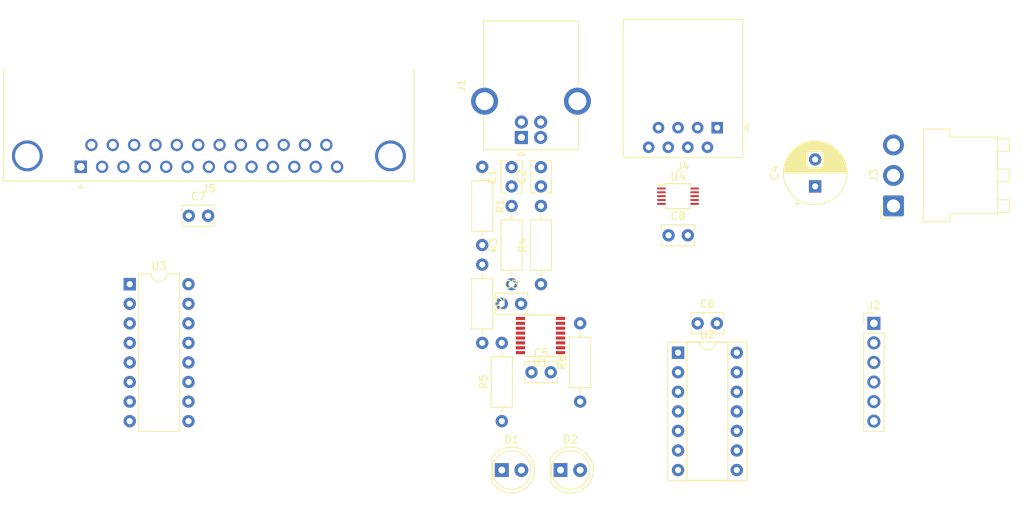
<source format=kicad_pcb>
(kicad_pcb (version 20171130) (host pcbnew "(5.1.0)-1")

  (general
    (thickness 1.6)
    (drawings 0)
    (tracks 0)
    (zones 0)
    (modules 25)
    (nets 56)
  )

  (page A4)
  (layers
    (0 F.Cu signal)
    (31 B.Cu signal)
    (32 B.Adhes user)
    (33 F.Adhes user)
    (34 B.Paste user)
    (35 F.Paste user)
    (36 B.SilkS user)
    (37 F.SilkS user)
    (38 B.Mask user)
    (39 F.Mask user)
    (40 Dwgs.User user)
    (41 Cmts.User user)
    (42 Eco1.User user)
    (43 Eco2.User user)
    (44 Edge.Cuts user)
    (45 Margin user)
    (46 B.CrtYd user)
    (47 F.CrtYd user)
    (48 B.Fab user)
    (49 F.Fab user)
  )

  (setup
    (last_trace_width 0.25)
    (trace_clearance 0.2)
    (zone_clearance 0.508)
    (zone_45_only no)
    (trace_min 0.2)
    (via_size 0.8)
    (via_drill 0.4)
    (via_min_size 0.4)
    (via_min_drill 0.3)
    (uvia_size 0.3)
    (uvia_drill 0.1)
    (uvias_allowed no)
    (uvia_min_size 0.2)
    (uvia_min_drill 0.1)
    (edge_width 0.05)
    (segment_width 0.2)
    (pcb_text_width 0.3)
    (pcb_text_size 1.5 1.5)
    (mod_edge_width 0.12)
    (mod_text_size 1 1)
    (mod_text_width 0.15)
    (pad_size 1.524 1.524)
    (pad_drill 0.762)
    (pad_to_mask_clearance 0.051)
    (solder_mask_min_width 0.25)
    (aux_axis_origin 0 0)
    (visible_elements FFFFFF7F)
    (pcbplotparams
      (layerselection 0x010fc_ffffffff)
      (usegerberextensions false)
      (usegerberattributes false)
      (usegerberadvancedattributes false)
      (creategerberjobfile false)
      (excludeedgelayer true)
      (linewidth 0.100000)
      (plotframeref false)
      (viasonmask false)
      (mode 1)
      (useauxorigin false)
      (hpglpennumber 1)
      (hpglpenspeed 20)
      (hpglpendiameter 15.000000)
      (psnegative false)
      (psa4output false)
      (plotreference true)
      (plotvalue true)
      (plotinvisibletext false)
      (padsonsilk false)
      (subtractmaskfromsilk false)
      (outputformat 1)
      (mirror false)
      (drillshape 1)
      (scaleselection 1)
      (outputdirectory ""))
  )

  (net 0 "")
  (net 1 GND)
  (net 2 "Net-(C1-Pad1)")
  (net 3 "Net-(C2-Pad1)")
  (net 4 "Net-(C3-Pad1)")
  (net 5 +5V)
  (net 6 "Net-(D1-Pad1)")
  (net 7 "Net-(D2-Pad1)")
  (net 8 "Net-(J1-Pad5)")
  (net 9 "Net-(J1-Pad1)")
  (net 10 "Net-(J2-Pad6)")
  (net 11 "Net-(J2-Pad5)")
  (net 12 "Net-(J2-Pad4)")
  (net 13 "Net-(J2-Pad1)")
  (net 14 "Net-(J3-Pad2)")
  (net 15 "Net-(J4-Pad8)")
  (net 16 "Net-(J4-Pad7)")
  (net 17 "Net-(J4-Pad6)")
  (net 18 "Net-(J4-Pad5)")
  (net 19 "Net-(J4-Pad4)")
  (net 20 "Net-(J4-Pad3)")
  (net 21 "Net-(J4-Pad2)")
  (net 22 "Net-(J4-Pad1)")
  (net 23 "Net-(J5-Pad17)")
  (net 24 "Net-(J5-Pad16)")
  (net 25 "Net-(J5-Pad15)")
  (net 26 "Net-(J5-Pad14)")
  (net 27 "Net-(J5-Pad13)")
  (net 28 "Net-(J5-Pad12)")
  (net 29 "Net-(J5-Pad11)")
  (net 30 "Net-(J5-Pad10)")
  (net 31 "Net-(J5-Pad9)")
  (net 32 "Net-(J5-Pad8)")
  (net 33 "Net-(J5-Pad7)")
  (net 34 "Net-(J5-Pad6)")
  (net 35 "Net-(J5-Pad5)")
  (net 36 "Net-(J5-Pad4)")
  (net 37 "Net-(J5-Pad3)")
  (net 38 "Net-(J5-Pad2)")
  (net 39 "Net-(R1-Pad2)")
  (net 40 "Net-(R3-Pad1)")
  (net 41 "Net-(R4-Pad1)")
  (net 42 "Net-(U1-Pad15)")
  (net 43 "Net-(U1-Pad6)")
  (net 44 "Net-(U1-Pad4)")
  (net 45 "Net-(U1-Pad2)")
  (net 46 "Net-(U2-Pad7)")
  (net 47 "Net-(U2-Pad6)")
  (net 48 "Net-(U2-Pad10)")
  (net 49 "Net-(U2-Pad9)")
  (net 50 "Net-(U2-Pad8)")
  (net 51 "Net-(U3-Pad9)")
  (net 52 "Net-(U4-Pad3)")
  (net 53 "Net-(J5-Pad0)")
  (net 54 "Net-(R5-Pad2)")
  (net 55 "Net-(R6-Pad2)")

  (net_class Default "This is the default net class."
    (clearance 0.2)
    (trace_width 0.25)
    (via_dia 0.8)
    (via_drill 0.4)
    (uvia_dia 0.3)
    (uvia_drill 0.1)
    (add_net +5V)
    (add_net GND)
    (add_net "Net-(C1-Pad1)")
    (add_net "Net-(C2-Pad1)")
    (add_net "Net-(C3-Pad1)")
    (add_net "Net-(D1-Pad1)")
    (add_net "Net-(D2-Pad1)")
    (add_net "Net-(J1-Pad1)")
    (add_net "Net-(J1-Pad5)")
    (add_net "Net-(J2-Pad1)")
    (add_net "Net-(J2-Pad4)")
    (add_net "Net-(J2-Pad5)")
    (add_net "Net-(J2-Pad6)")
    (add_net "Net-(J3-Pad2)")
    (add_net "Net-(J4-Pad1)")
    (add_net "Net-(J4-Pad2)")
    (add_net "Net-(J4-Pad3)")
    (add_net "Net-(J4-Pad4)")
    (add_net "Net-(J4-Pad5)")
    (add_net "Net-(J4-Pad6)")
    (add_net "Net-(J4-Pad7)")
    (add_net "Net-(J4-Pad8)")
    (add_net "Net-(J5-Pad0)")
    (add_net "Net-(J5-Pad10)")
    (add_net "Net-(J5-Pad11)")
    (add_net "Net-(J5-Pad12)")
    (add_net "Net-(J5-Pad13)")
    (add_net "Net-(J5-Pad14)")
    (add_net "Net-(J5-Pad15)")
    (add_net "Net-(J5-Pad16)")
    (add_net "Net-(J5-Pad17)")
    (add_net "Net-(J5-Pad2)")
    (add_net "Net-(J5-Pad3)")
    (add_net "Net-(J5-Pad4)")
    (add_net "Net-(J5-Pad5)")
    (add_net "Net-(J5-Pad6)")
    (add_net "Net-(J5-Pad7)")
    (add_net "Net-(J5-Pad8)")
    (add_net "Net-(J5-Pad9)")
    (add_net "Net-(R1-Pad2)")
    (add_net "Net-(R3-Pad1)")
    (add_net "Net-(R4-Pad1)")
    (add_net "Net-(R5-Pad2)")
    (add_net "Net-(R6-Pad2)")
    (add_net "Net-(U1-Pad15)")
    (add_net "Net-(U1-Pad2)")
    (add_net "Net-(U1-Pad4)")
    (add_net "Net-(U1-Pad6)")
    (add_net "Net-(U2-Pad10)")
    (add_net "Net-(U2-Pad6)")
    (add_net "Net-(U2-Pad7)")
    (add_net "Net-(U2-Pad8)")
    (add_net "Net-(U2-Pad9)")
    (add_net "Net-(U3-Pad9)")
    (add_net "Net-(U4-Pad3)")
  )

  (module Connector_Dsub:DSUB-25_Female_Horizontal_P2.77x2.84mm_EdgePinOffset9.90mm_Housed_MountingHolesOffset11.32mm (layer F.Cu) (tedit 59FEDEE2) (tstamp 5C9F2906)
    (at 69.85 60.96 180)
    (descr "25-pin D-Sub connector, horizontal/angled (90 deg), THT-mount, female, pitch 2.77x2.84mm, pin-PCB-offset 9.9mm, distance of mounting holes 47.1mm, distance of mounting holes to PCB edge 11.32mm, see https://disti-assets.s3.amazonaws.com/tonar/files/datasheets/16730.pdf")
    (tags "25-pin D-Sub connector horizontal angled 90deg THT female pitch 2.77x2.84mm pin-PCB-offset 9.9mm mounting-holes-distance 47.1mm mounting-hole-offset 47.1mm")
    (path /5C95ABBC)
    (fp_text reference J5 (at -16.62 -2.8 180) (layer F.SilkS)
      (effects (font (size 1 1) (thickness 0.15)))
    )
    (fp_text value DB25_Female_MountingHoles (at -16.62 20.81 180) (layer F.Fab)
      (effects (font (size 1 1) (thickness 0.15)))
    )
    (fp_text user %R (at -16.62 16.225 180) (layer F.Fab)
      (effects (font (size 1 1) (thickness 0.15)))
    )
    (fp_line (start 10.45 -2.35) (end -43.7 -2.35) (layer F.CrtYd) (width 0.05))
    (fp_line (start 10.45 19.85) (end 10.45 -2.35) (layer F.CrtYd) (width 0.05))
    (fp_line (start -43.7 19.85) (end 10.45 19.85) (layer F.CrtYd) (width 0.05))
    (fp_line (start -43.7 -2.35) (end -43.7 19.85) (layer F.CrtYd) (width 0.05))
    (fp_line (start 0 -2.321325) (end -0.25 -2.754338) (layer F.SilkS) (width 0.12))
    (fp_line (start 0.25 -2.754338) (end 0 -2.321325) (layer F.SilkS) (width 0.12))
    (fp_line (start -0.25 -2.754338) (end 0.25 -2.754338) (layer F.SilkS) (width 0.12))
    (fp_line (start 9.99 -1.86) (end 9.99 12.68) (layer F.SilkS) (width 0.12))
    (fp_line (start -43.23 -1.86) (end 9.99 -1.86) (layer F.SilkS) (width 0.12))
    (fp_line (start -43.23 12.68) (end -43.23 -1.86) (layer F.SilkS) (width 0.12))
    (fp_line (start 8.53 12.74) (end 8.53 1.42) (layer F.Fab) (width 0.1))
    (fp_line (start 5.33 12.74) (end 5.33 1.42) (layer F.Fab) (width 0.1))
    (fp_line (start -38.57 12.74) (end -38.57 1.42) (layer F.Fab) (width 0.1))
    (fp_line (start -41.77 12.74) (end -41.77 1.42) (layer F.Fab) (width 0.1))
    (fp_line (start 9.43 13.14) (end 4.43 13.14) (layer F.Fab) (width 0.1))
    (fp_line (start 9.43 18.14) (end 9.43 13.14) (layer F.Fab) (width 0.1))
    (fp_line (start 4.43 18.14) (end 9.43 18.14) (layer F.Fab) (width 0.1))
    (fp_line (start 4.43 13.14) (end 4.43 18.14) (layer F.Fab) (width 0.1))
    (fp_line (start -37.67 13.14) (end -42.67 13.14) (layer F.Fab) (width 0.1))
    (fp_line (start -37.67 18.14) (end -37.67 13.14) (layer F.Fab) (width 0.1))
    (fp_line (start -42.67 18.14) (end -37.67 18.14) (layer F.Fab) (width 0.1))
    (fp_line (start -42.67 13.14) (end -42.67 18.14) (layer F.Fab) (width 0.1))
    (fp_line (start 2.53 13.14) (end -35.77 13.14) (layer F.Fab) (width 0.1))
    (fp_line (start 2.53 19.31) (end 2.53 13.14) (layer F.Fab) (width 0.1))
    (fp_line (start -35.77 19.31) (end 2.53 19.31) (layer F.Fab) (width 0.1))
    (fp_line (start -35.77 13.14) (end -35.77 19.31) (layer F.Fab) (width 0.1))
    (fp_line (start 9.93 12.74) (end -43.17 12.74) (layer F.Fab) (width 0.1))
    (fp_line (start 9.93 13.14) (end 9.93 12.74) (layer F.Fab) (width 0.1))
    (fp_line (start -43.17 13.14) (end 9.93 13.14) (layer F.Fab) (width 0.1))
    (fp_line (start -43.17 12.74) (end -43.17 13.14) (layer F.Fab) (width 0.1))
    (fp_line (start 9.93 -1.8) (end -43.17 -1.8) (layer F.Fab) (width 0.1))
    (fp_line (start 9.93 12.74) (end 9.93 -1.8) (layer F.Fab) (width 0.1))
    (fp_line (start -43.17 12.74) (end 9.93 12.74) (layer F.Fab) (width 0.1))
    (fp_line (start -43.17 -1.8) (end -43.17 12.74) (layer F.Fab) (width 0.1))
    (fp_arc (start 6.93 1.42) (end 5.33 1.42) (angle 180) (layer F.Fab) (width 0.1))
    (fp_arc (start -40.17 1.42) (end -41.77 1.42) (angle 180) (layer F.Fab) (width 0.1))
    (pad 0 thru_hole circle (at 6.93 1.42 180) (size 4 4) (drill 3.2) (layers *.Cu *.Mask)
      (net 53 "Net-(J5-Pad0)"))
    (pad 0 thru_hole circle (at -40.17 1.42 180) (size 4 4) (drill 3.2) (layers *.Cu *.Mask)
      (net 53 "Net-(J5-Pad0)"))
    (pad 25 thru_hole circle (at -31.855 2.84 180) (size 1.6 1.6) (drill 1) (layers *.Cu *.Mask)
      (net 1 GND))
    (pad 24 thru_hole circle (at -29.085 2.84 180) (size 1.6 1.6) (drill 1) (layers *.Cu *.Mask)
      (net 1 GND))
    (pad 23 thru_hole circle (at -26.315 2.84 180) (size 1.6 1.6) (drill 1) (layers *.Cu *.Mask)
      (net 1 GND))
    (pad 22 thru_hole circle (at -23.545 2.84 180) (size 1.6 1.6) (drill 1) (layers *.Cu *.Mask)
      (net 1 GND))
    (pad 21 thru_hole circle (at -20.775 2.84 180) (size 1.6 1.6) (drill 1) (layers *.Cu *.Mask)
      (net 1 GND))
    (pad 20 thru_hole circle (at -18.005 2.84 180) (size 1.6 1.6) (drill 1) (layers *.Cu *.Mask)
      (net 1 GND))
    (pad 19 thru_hole circle (at -15.235 2.84 180) (size 1.6 1.6) (drill 1) (layers *.Cu *.Mask)
      (net 1 GND))
    (pad 18 thru_hole circle (at -12.465 2.84 180) (size 1.6 1.6) (drill 1) (layers *.Cu *.Mask)
      (net 1 GND))
    (pad 17 thru_hole circle (at -9.695 2.84 180) (size 1.6 1.6) (drill 1) (layers *.Cu *.Mask)
      (net 23 "Net-(J5-Pad17)"))
    (pad 16 thru_hole circle (at -6.925 2.84 180) (size 1.6 1.6) (drill 1) (layers *.Cu *.Mask)
      (net 24 "Net-(J5-Pad16)"))
    (pad 15 thru_hole circle (at -4.155 2.84 180) (size 1.6 1.6) (drill 1) (layers *.Cu *.Mask)
      (net 25 "Net-(J5-Pad15)"))
    (pad 14 thru_hole circle (at -1.385 2.84 180) (size 1.6 1.6) (drill 1) (layers *.Cu *.Mask)
      (net 26 "Net-(J5-Pad14)"))
    (pad 13 thru_hole circle (at -33.24 0 180) (size 1.6 1.6) (drill 1) (layers *.Cu *.Mask)
      (net 27 "Net-(J5-Pad13)"))
    (pad 12 thru_hole circle (at -30.47 0 180) (size 1.6 1.6) (drill 1) (layers *.Cu *.Mask)
      (net 28 "Net-(J5-Pad12)"))
    (pad 11 thru_hole circle (at -27.7 0 180) (size 1.6 1.6) (drill 1) (layers *.Cu *.Mask)
      (net 29 "Net-(J5-Pad11)"))
    (pad 10 thru_hole circle (at -24.93 0 180) (size 1.6 1.6) (drill 1) (layers *.Cu *.Mask)
      (net 30 "Net-(J5-Pad10)"))
    (pad 9 thru_hole circle (at -22.16 0 180) (size 1.6 1.6) (drill 1) (layers *.Cu *.Mask)
      (net 31 "Net-(J5-Pad9)"))
    (pad 8 thru_hole circle (at -19.39 0 180) (size 1.6 1.6) (drill 1) (layers *.Cu *.Mask)
      (net 32 "Net-(J5-Pad8)"))
    (pad 7 thru_hole circle (at -16.62 0 180) (size 1.6 1.6) (drill 1) (layers *.Cu *.Mask)
      (net 33 "Net-(J5-Pad7)"))
    (pad 6 thru_hole circle (at -13.85 0 180) (size 1.6 1.6) (drill 1) (layers *.Cu *.Mask)
      (net 34 "Net-(J5-Pad6)"))
    (pad 5 thru_hole circle (at -11.08 0 180) (size 1.6 1.6) (drill 1) (layers *.Cu *.Mask)
      (net 35 "Net-(J5-Pad5)"))
    (pad 4 thru_hole circle (at -8.31 0 180) (size 1.6 1.6) (drill 1) (layers *.Cu *.Mask)
      (net 36 "Net-(J5-Pad4)"))
    (pad 3 thru_hole circle (at -5.54 0 180) (size 1.6 1.6) (drill 1) (layers *.Cu *.Mask)
      (net 37 "Net-(J5-Pad3)"))
    (pad 2 thru_hole circle (at -2.77 0 180) (size 1.6 1.6) (drill 1) (layers *.Cu *.Mask)
      (net 38 "Net-(J5-Pad2)"))
    (pad 1 thru_hole rect (at 0 0 180) (size 1.6 1.6) (drill 1) (layers *.Cu *.Mask)
      (net 12 "Net-(J2-Pad4)"))
    (model ${KISYS3DMOD}/Connector_Dsub.3dshapes/DSUB-25_Female_Horizontal_P2.77x2.84mm_EdgePinOffset9.90mm_Housed_MountingHolesOffset11.32mm.wrl
      (at (xyz 0 0 0))
      (scale (xyz 1 1 1))
      (rotate (xyz 0 0 0))
    )
  )

  (module Package_SO:TSSOP-10_3x3mm_P0.5mm (layer F.Cu) (tedit 5A02F25C) (tstamp 5C9F6D2D)
    (at 147.32 64.77)
    (descr "TSSOP10: plastic thin shrink small outline package; 10 leads; body width 3 mm; (see NXP SSOP-TSSOP-VSO-REFLOW.pdf and sot552-1_po.pdf)")
    (tags "SSOP 0.5")
    (path /5CA275B6)
    (attr smd)
    (fp_text reference U4 (at 0 -2.55) (layer F.SilkS)
      (effects (font (size 1 1) (thickness 0.15)))
    )
    (fp_text value PCA9615 (at 0 2.55) (layer F.Fab)
      (effects (font (size 1 1) (thickness 0.15)))
    )
    (fp_text user %R (at 0 0) (layer F.Fab)
      (effects (font (size 0.6 0.6) (thickness 0.15)))
    )
    (fp_line (start -1.625 -1.45) (end -2.7 -1.45) (layer F.SilkS) (width 0.15))
    (fp_line (start -1.625 1.625) (end 1.625 1.625) (layer F.SilkS) (width 0.15))
    (fp_line (start -1.625 -1.625) (end 1.625 -1.625) (layer F.SilkS) (width 0.15))
    (fp_line (start -1.625 1.625) (end -1.625 1.35) (layer F.SilkS) (width 0.15))
    (fp_line (start 1.625 1.625) (end 1.625 1.35) (layer F.SilkS) (width 0.15))
    (fp_line (start 1.625 -1.625) (end 1.625 -1.35) (layer F.SilkS) (width 0.15))
    (fp_line (start -1.625 -1.625) (end -1.625 -1.45) (layer F.SilkS) (width 0.15))
    (fp_line (start -2.95 1.8) (end 2.95 1.8) (layer F.CrtYd) (width 0.05))
    (fp_line (start -2.95 -1.8) (end 2.95 -1.8) (layer F.CrtYd) (width 0.05))
    (fp_line (start 2.95 -1.8) (end 2.95 1.8) (layer F.CrtYd) (width 0.05))
    (fp_line (start -2.95 -1.8) (end -2.95 1.8) (layer F.CrtYd) (width 0.05))
    (fp_line (start -1.5 -0.5) (end -0.5 -1.5) (layer F.Fab) (width 0.15))
    (fp_line (start -1.5 1.5) (end -1.5 -0.5) (layer F.Fab) (width 0.15))
    (fp_line (start 1.5 1.5) (end -1.5 1.5) (layer F.Fab) (width 0.15))
    (fp_line (start 1.5 -1.5) (end 1.5 1.5) (layer F.Fab) (width 0.15))
    (fp_line (start -0.5 -1.5) (end 1.5 -1.5) (layer F.Fab) (width 0.15))
    (pad 10 smd rect (at 2.15 -1) (size 1.1 0.25) (layers F.Cu F.Paste F.Mask)
      (net 5 +5V))
    (pad 9 smd rect (at 2.15 -0.5) (size 1.1 0.25) (layers F.Cu F.Paste F.Mask)
      (net 22 "Net-(J4-Pad1)"))
    (pad 8 smd rect (at 2.15 0) (size 1.1 0.25) (layers F.Cu F.Paste F.Mask)
      (net 21 "Net-(J4-Pad2)"))
    (pad 7 smd rect (at 2.15 0.5) (size 1.1 0.25) (layers F.Cu F.Paste F.Mask)
      (net 15 "Net-(J4-Pad8)"))
    (pad 6 smd rect (at 2.15 1) (size 1.1 0.25) (layers F.Cu F.Paste F.Mask)
      (net 16 "Net-(J4-Pad7)"))
    (pad 5 smd rect (at -2.15 1) (size 1.1 0.25) (layers F.Cu F.Paste F.Mask)
      (net 1 GND))
    (pad 4 smd rect (at -2.15 0.5) (size 1.1 0.25) (layers F.Cu F.Paste F.Mask)
      (net 48 "Net-(U2-Pad10)"))
    (pad 3 smd rect (at -2.15 0) (size 1.1 0.25) (layers F.Cu F.Paste F.Mask)
      (net 52 "Net-(U4-Pad3)"))
    (pad 2 smd rect (at -2.15 -0.5) (size 1.1 0.25) (layers F.Cu F.Paste F.Mask)
      (net 49 "Net-(U2-Pad9)"))
    (pad 1 smd rect (at -2.15 -1) (size 1.1 0.25) (layers F.Cu F.Paste F.Mask)
      (net 5 +5V))
    (model ${KISYS3DMOD}/Package_SO.3dshapes/TSSOP-10_3x3mm_P0.5mm.wrl
      (at (xyz 0 0 0))
      (scale (xyz 1 1 1))
      (rotate (xyz 0 0 0))
    )
  )

  (module Package_DIP:DIP-16_W7.62mm (layer F.Cu) (tedit 5A02E8C5) (tstamp 5C9F29FE)
    (at 76.2 76.2)
    (descr "16-lead though-hole mounted DIP package, row spacing 7.62 mm (300 mils)")
    (tags "THT DIP DIL PDIP 2.54mm 7.62mm 300mil")
    (path /5C96480B)
    (fp_text reference U3 (at 3.81 -2.33) (layer F.SilkS)
      (effects (font (size 1 1) (thickness 0.15)))
    )
    (fp_text value 74HC595 (at 3.81 20.11) (layer F.Fab)
      (effects (font (size 1 1) (thickness 0.15)))
    )
    (fp_text user %R (at 3.81 8.89) (layer F.Fab)
      (effects (font (size 1 1) (thickness 0.15)))
    )
    (fp_line (start 8.7 -1.55) (end -1.1 -1.55) (layer F.CrtYd) (width 0.05))
    (fp_line (start 8.7 19.3) (end 8.7 -1.55) (layer F.CrtYd) (width 0.05))
    (fp_line (start -1.1 19.3) (end 8.7 19.3) (layer F.CrtYd) (width 0.05))
    (fp_line (start -1.1 -1.55) (end -1.1 19.3) (layer F.CrtYd) (width 0.05))
    (fp_line (start 6.46 -1.33) (end 4.81 -1.33) (layer F.SilkS) (width 0.12))
    (fp_line (start 6.46 19.11) (end 6.46 -1.33) (layer F.SilkS) (width 0.12))
    (fp_line (start 1.16 19.11) (end 6.46 19.11) (layer F.SilkS) (width 0.12))
    (fp_line (start 1.16 -1.33) (end 1.16 19.11) (layer F.SilkS) (width 0.12))
    (fp_line (start 2.81 -1.33) (end 1.16 -1.33) (layer F.SilkS) (width 0.12))
    (fp_line (start 0.635 -0.27) (end 1.635 -1.27) (layer F.Fab) (width 0.1))
    (fp_line (start 0.635 19.05) (end 0.635 -0.27) (layer F.Fab) (width 0.1))
    (fp_line (start 6.985 19.05) (end 0.635 19.05) (layer F.Fab) (width 0.1))
    (fp_line (start 6.985 -1.27) (end 6.985 19.05) (layer F.Fab) (width 0.1))
    (fp_line (start 1.635 -1.27) (end 6.985 -1.27) (layer F.Fab) (width 0.1))
    (fp_arc (start 3.81 -1.33) (end 2.81 -1.33) (angle -180) (layer F.SilkS) (width 0.12))
    (pad 16 thru_hole oval (at 7.62 0) (size 1.6 1.6) (drill 0.8) (layers *.Cu *.Mask)
      (net 5 +5V))
    (pad 8 thru_hole oval (at 0 17.78) (size 1.6 1.6) (drill 0.8) (layers *.Cu *.Mask)
      (net 1 GND))
    (pad 15 thru_hole oval (at 7.62 2.54) (size 1.6 1.6) (drill 0.8) (layers *.Cu *.Mask)
      (net 38 "Net-(J5-Pad2)"))
    (pad 7 thru_hole oval (at 0 15.24) (size 1.6 1.6) (drill 0.8) (layers *.Cu *.Mask)
      (net 31 "Net-(J5-Pad9)"))
    (pad 14 thru_hole oval (at 7.62 5.08) (size 1.6 1.6) (drill 0.8) (layers *.Cu *.Mask)
      (net 50 "Net-(U2-Pad8)"))
    (pad 6 thru_hole oval (at 0 12.7) (size 1.6 1.6) (drill 0.8) (layers *.Cu *.Mask)
      (net 32 "Net-(J5-Pad8)"))
    (pad 13 thru_hole oval (at 7.62 7.62) (size 1.6 1.6) (drill 0.8) (layers *.Cu *.Mask)
      (net 1 GND))
    (pad 5 thru_hole oval (at 0 10.16) (size 1.6 1.6) (drill 0.8) (layers *.Cu *.Mask)
      (net 33 "Net-(J5-Pad7)"))
    (pad 12 thru_hole oval (at 7.62 10.16) (size 1.6 1.6) (drill 0.8) (layers *.Cu *.Mask)
      (net 47 "Net-(U2-Pad6)"))
    (pad 4 thru_hole oval (at 0 7.62) (size 1.6 1.6) (drill 0.8) (layers *.Cu *.Mask)
      (net 34 "Net-(J5-Pad6)"))
    (pad 11 thru_hole oval (at 7.62 12.7) (size 1.6 1.6) (drill 0.8) (layers *.Cu *.Mask)
      (net 46 "Net-(U2-Pad7)"))
    (pad 3 thru_hole oval (at 0 5.08) (size 1.6 1.6) (drill 0.8) (layers *.Cu *.Mask)
      (net 35 "Net-(J5-Pad5)"))
    (pad 10 thru_hole oval (at 7.62 15.24) (size 1.6 1.6) (drill 0.8) (layers *.Cu *.Mask)
      (net 5 +5V))
    (pad 2 thru_hole oval (at 0 2.54) (size 1.6 1.6) (drill 0.8) (layers *.Cu *.Mask)
      (net 36 "Net-(J5-Pad4)"))
    (pad 9 thru_hole oval (at 7.62 17.78) (size 1.6 1.6) (drill 0.8) (layers *.Cu *.Mask)
      (net 51 "Net-(U3-Pad9)"))
    (pad 1 thru_hole rect (at 0 0) (size 1.6 1.6) (drill 0.8) (layers *.Cu *.Mask)
      (net 37 "Net-(J5-Pad3)"))
    (model ${KISYS3DMOD}/Package_DIP.3dshapes/DIP-16_W7.62mm.wrl
      (at (xyz 0 0 0))
      (scale (xyz 1 1 1))
      (rotate (xyz 0 0 0))
    )
  )

  (module Package_DIP:DIP-14_W7.62mm_Socket (layer F.Cu) (tedit 5A02E8C5) (tstamp 5C9F29DA)
    (at 147.32 85.09)
    (descr "14-lead though-hole mounted DIP package, row spacing 7.62 mm (300 mils), Socket")
    (tags "THT DIP DIL PDIP 2.54mm 7.62mm 300mil Socket")
    (path /5C9636E5)
    (fp_text reference U2 (at 3.81 -2.33) (layer F.SilkS)
      (effects (font (size 1 1) (thickness 0.15)))
    )
    (fp_text value PIC16F1503-IP (at 3.81 17.57) (layer F.Fab)
      (effects (font (size 1 1) (thickness 0.15)))
    )
    (fp_text user %R (at 3.81 7.62) (layer F.Fab)
      (effects (font (size 1 1) (thickness 0.15)))
    )
    (fp_line (start 9.15 -1.6) (end -1.55 -1.6) (layer F.CrtYd) (width 0.05))
    (fp_line (start 9.15 16.85) (end 9.15 -1.6) (layer F.CrtYd) (width 0.05))
    (fp_line (start -1.55 16.85) (end 9.15 16.85) (layer F.CrtYd) (width 0.05))
    (fp_line (start -1.55 -1.6) (end -1.55 16.85) (layer F.CrtYd) (width 0.05))
    (fp_line (start 8.95 -1.39) (end -1.33 -1.39) (layer F.SilkS) (width 0.12))
    (fp_line (start 8.95 16.63) (end 8.95 -1.39) (layer F.SilkS) (width 0.12))
    (fp_line (start -1.33 16.63) (end 8.95 16.63) (layer F.SilkS) (width 0.12))
    (fp_line (start -1.33 -1.39) (end -1.33 16.63) (layer F.SilkS) (width 0.12))
    (fp_line (start 6.46 -1.33) (end 4.81 -1.33) (layer F.SilkS) (width 0.12))
    (fp_line (start 6.46 16.57) (end 6.46 -1.33) (layer F.SilkS) (width 0.12))
    (fp_line (start 1.16 16.57) (end 6.46 16.57) (layer F.SilkS) (width 0.12))
    (fp_line (start 1.16 -1.33) (end 1.16 16.57) (layer F.SilkS) (width 0.12))
    (fp_line (start 2.81 -1.33) (end 1.16 -1.33) (layer F.SilkS) (width 0.12))
    (fp_line (start 8.89 -1.33) (end -1.27 -1.33) (layer F.Fab) (width 0.1))
    (fp_line (start 8.89 16.57) (end 8.89 -1.33) (layer F.Fab) (width 0.1))
    (fp_line (start -1.27 16.57) (end 8.89 16.57) (layer F.Fab) (width 0.1))
    (fp_line (start -1.27 -1.33) (end -1.27 16.57) (layer F.Fab) (width 0.1))
    (fp_line (start 0.635 -0.27) (end 1.635 -1.27) (layer F.Fab) (width 0.1))
    (fp_line (start 0.635 16.51) (end 0.635 -0.27) (layer F.Fab) (width 0.1))
    (fp_line (start 6.985 16.51) (end 0.635 16.51) (layer F.Fab) (width 0.1))
    (fp_line (start 6.985 -1.27) (end 6.985 16.51) (layer F.Fab) (width 0.1))
    (fp_line (start 1.635 -1.27) (end 6.985 -1.27) (layer F.Fab) (width 0.1))
    (fp_arc (start 3.81 -1.33) (end 2.81 -1.33) (angle -180) (layer F.SilkS) (width 0.12))
    (pad 14 thru_hole oval (at 7.62 0) (size 1.6 1.6) (drill 0.8) (layers *.Cu *.Mask)
      (net 1 GND))
    (pad 7 thru_hole oval (at 0 15.24) (size 1.6 1.6) (drill 0.8) (layers *.Cu *.Mask)
      (net 46 "Net-(U2-Pad7)"))
    (pad 13 thru_hole oval (at 7.62 2.54) (size 1.6 1.6) (drill 0.8) (layers *.Cu *.Mask)
      (net 12 "Net-(J2-Pad4)"))
    (pad 6 thru_hole oval (at 0 12.7) (size 1.6 1.6) (drill 0.8) (layers *.Cu *.Mask)
      (net 47 "Net-(U2-Pad6)"))
    (pad 12 thru_hole oval (at 7.62 5.08) (size 1.6 1.6) (drill 0.8) (layers *.Cu *.Mask)
      (net 11 "Net-(J2-Pad5)"))
    (pad 5 thru_hole oval (at 0 10.16) (size 1.6 1.6) (drill 0.8) (layers *.Cu *.Mask)
      (net 29 "Net-(J5-Pad11)"))
    (pad 11 thru_hole oval (at 7.62 7.62) (size 1.6 1.6) (drill 0.8) (layers *.Cu *.Mask)
      (net 44 "Net-(U1-Pad4)"))
    (pad 4 thru_hole oval (at 0 7.62) (size 1.6 1.6) (drill 0.8) (layers *.Cu *.Mask)
      (net 13 "Net-(J2-Pad1)"))
    (pad 10 thru_hole oval (at 7.62 10.16) (size 1.6 1.6) (drill 0.8) (layers *.Cu *.Mask)
      (net 48 "Net-(U2-Pad10)"))
    (pad 3 thru_hole oval (at 0 5.08) (size 1.6 1.6) (drill 0.8) (layers *.Cu *.Mask)
      (net 45 "Net-(U1-Pad2)"))
    (pad 9 thru_hole oval (at 7.62 12.7) (size 1.6 1.6) (drill 0.8) (layers *.Cu *.Mask)
      (net 49 "Net-(U2-Pad9)"))
    (pad 2 thru_hole oval (at 0 2.54) (size 1.6 1.6) (drill 0.8) (layers *.Cu *.Mask)
      (net 43 "Net-(U1-Pad6)"))
    (pad 8 thru_hole oval (at 7.62 15.24) (size 1.6 1.6) (drill 0.8) (layers *.Cu *.Mask)
      (net 50 "Net-(U2-Pad8)"))
    (pad 1 thru_hole rect (at 0 0) (size 1.6 1.6) (drill 0.8) (layers *.Cu *.Mask)
      (net 5 +5V))
    (model ${KISYS3DMOD}/Package_DIP.3dshapes/DIP-14_W7.62mm_Socket.wrl
      (at (xyz 0 0 0))
      (scale (xyz 1 1 1))
      (rotate (xyz 0 0 0))
    )
  )

  (module Package_SO:SSOP-16_3.9x4.9mm_P0.635mm (layer F.Cu) (tedit 5A02F25C) (tstamp 5C9F29B0)
    (at 129.48 82.8675 180)
    (descr "SSOP16: plastic shrink small outline package; 16 leads; body width 3.9 mm; lead pitch 0.635; (see NXP SSOP-TSSOP-VSO-REFLOW.pdf and sot519-1_po.pdf)")
    (tags "SSOP 0.635")
    (path /5C9C49AC)
    (attr smd)
    (fp_text reference U1 (at 0 -3.5 180) (layer F.SilkS)
      (effects (font (size 1 1) (thickness 0.15)))
    )
    (fp_text value FT230XS (at 0 3.5 180) (layer F.Fab)
      (effects (font (size 1 1) (thickness 0.15)))
    )
    (fp_text user %R (at 0 0 180) (layer F.Fab)
      (effects (font (size 0.8 0.8) (thickness 0.15)))
    )
    (fp_line (start -3.275 -2.725) (end 2 -2.725) (layer F.SilkS) (width 0.15))
    (fp_line (start -2 2.675) (end 2 2.675) (layer F.SilkS) (width 0.15))
    (fp_line (start -3.45 2.8) (end 3.45 2.8) (layer F.CrtYd) (width 0.05))
    (fp_line (start -3.45 -2.85) (end 3.45 -2.85) (layer F.CrtYd) (width 0.05))
    (fp_line (start 3.45 -2.85) (end 3.45 2.8) (layer F.CrtYd) (width 0.05))
    (fp_line (start -3.45 -2.85) (end -3.45 2.8) (layer F.CrtYd) (width 0.05))
    (fp_line (start -1.95 -1.45) (end -0.95 -2.45) (layer F.Fab) (width 0.15))
    (fp_line (start -1.95 2.45) (end -1.95 -1.45) (layer F.Fab) (width 0.15))
    (fp_line (start 1.95 2.45) (end -1.95 2.45) (layer F.Fab) (width 0.15))
    (fp_line (start 1.95 -2.45) (end 1.95 2.45) (layer F.Fab) (width 0.15))
    (fp_line (start -0.95 -2.45) (end 1.95 -2.45) (layer F.Fab) (width 0.15))
    (pad 16 smd rect (at 2.6 -2.2225 180) (size 1.2 0.4) (layers F.Cu F.Paste F.Mask)
      (net 39 "Net-(R1-Pad2)"))
    (pad 15 smd rect (at 2.6 -1.5875 180) (size 1.2 0.4) (layers F.Cu F.Paste F.Mask)
      (net 42 "Net-(U1-Pad15)"))
    (pad 14 smd rect (at 2.6 -0.9525 180) (size 1.2 0.4) (layers F.Cu F.Paste F.Mask)
      (net 54 "Net-(R5-Pad2)"))
    (pad 13 smd rect (at 2.6 -0.3175 180) (size 1.2 0.4) (layers F.Cu F.Paste F.Mask)
      (net 1 GND))
    (pad 12 smd rect (at 2.6 0.3175 180) (size 1.2 0.4) (layers F.Cu F.Paste F.Mask)
      (net 5 +5V))
    (pad 11 smd rect (at 2.6 0.9525 180) (size 1.2 0.4) (layers F.Cu F.Paste F.Mask)
      (net 4 "Net-(C3-Pad1)"))
    (pad 10 smd rect (at 2.6 1.5875 180) (size 1.2 0.4) (layers F.Cu F.Paste F.Mask)
      (net 4 "Net-(C3-Pad1)"))
    (pad 9 smd rect (at 2.6 2.2225 180) (size 1.2 0.4) (layers F.Cu F.Paste F.Mask)
      (net 40 "Net-(R3-Pad1)"))
    (pad 8 smd rect (at -2.6 2.2225 180) (size 1.2 0.4) (layers F.Cu F.Paste F.Mask)
      (net 41 "Net-(R4-Pad1)"))
    (pad 7 smd rect (at -2.6 1.5875 180) (size 1.2 0.4) (layers F.Cu F.Paste F.Mask)
      (net 55 "Net-(R6-Pad2)"))
    (pad 6 smd rect (at -2.6 0.9525 180) (size 1.2 0.4) (layers F.Cu F.Paste F.Mask)
      (net 43 "Net-(U1-Pad6)"))
    (pad 5 smd rect (at -2.6 0.3175 180) (size 1.2 0.4) (layers F.Cu F.Paste F.Mask)
      (net 1 GND))
    (pad 4 smd rect (at -2.6 -0.3175 180) (size 1.2 0.4) (layers F.Cu F.Paste F.Mask)
      (net 44 "Net-(U1-Pad4)"))
    (pad 3 smd rect (at -2.6 -0.9525 180) (size 1.2 0.4) (layers F.Cu F.Paste F.Mask)
      (net 4 "Net-(C3-Pad1)"))
    (pad 2 smd rect (at -2.6 -1.5875 180) (size 1.2 0.4) (layers F.Cu F.Paste F.Mask)
      (net 45 "Net-(U1-Pad2)"))
    (pad 1 smd rect (at -2.6 -2.2225 180) (size 1.2 0.4) (layers F.Cu F.Paste F.Mask)
      (net 11 "Net-(J2-Pad5)"))
    (model ${KISYS3DMOD}/Package_SO.3dshapes/SSOP-16_3.9x4.9mm_P0.635mm.wrl
      (at (xyz 0 0 0))
      (scale (xyz 1 1 1))
      (rotate (xyz 0 0 0))
    )
  )

  (module Resistor_THT:R_Axial_DIN0207_L6.3mm_D2.5mm_P10.16mm_Horizontal (layer F.Cu) (tedit 5AE5139B) (tstamp 5C9F2990)
    (at 134.62 91.44 90)
    (descr "Resistor, Axial_DIN0207 series, Axial, Horizontal, pin pitch=10.16mm, 0.25W = 1/4W, length*diameter=6.3*2.5mm^2, http://cdn-reichelt.de/documents/datenblatt/B400/1_4W%23YAG.pdf")
    (tags "Resistor Axial_DIN0207 series Axial Horizontal pin pitch 10.16mm 0.25W = 1/4W length 6.3mm diameter 2.5mm")
    (path /5CA2926E)
    (fp_text reference R6 (at 5.08 -2.37 90) (layer F.SilkS)
      (effects (font (size 1 1) (thickness 0.15)))
    )
    (fp_text value 270 (at 5.08 2.37 90) (layer F.Fab)
      (effects (font (size 1 1) (thickness 0.15)))
    )
    (fp_text user %R (at 5.08 0 90) (layer F.Fab)
      (effects (font (size 1 1) (thickness 0.15)))
    )
    (fp_line (start 11.21 -1.5) (end -1.05 -1.5) (layer F.CrtYd) (width 0.05))
    (fp_line (start 11.21 1.5) (end 11.21 -1.5) (layer F.CrtYd) (width 0.05))
    (fp_line (start -1.05 1.5) (end 11.21 1.5) (layer F.CrtYd) (width 0.05))
    (fp_line (start -1.05 -1.5) (end -1.05 1.5) (layer F.CrtYd) (width 0.05))
    (fp_line (start 9.12 0) (end 8.35 0) (layer F.SilkS) (width 0.12))
    (fp_line (start 1.04 0) (end 1.81 0) (layer F.SilkS) (width 0.12))
    (fp_line (start 8.35 -1.37) (end 1.81 -1.37) (layer F.SilkS) (width 0.12))
    (fp_line (start 8.35 1.37) (end 8.35 -1.37) (layer F.SilkS) (width 0.12))
    (fp_line (start 1.81 1.37) (end 8.35 1.37) (layer F.SilkS) (width 0.12))
    (fp_line (start 1.81 -1.37) (end 1.81 1.37) (layer F.SilkS) (width 0.12))
    (fp_line (start 10.16 0) (end 8.23 0) (layer F.Fab) (width 0.1))
    (fp_line (start 0 0) (end 1.93 0) (layer F.Fab) (width 0.1))
    (fp_line (start 8.23 -1.25) (end 1.93 -1.25) (layer F.Fab) (width 0.1))
    (fp_line (start 8.23 1.25) (end 8.23 -1.25) (layer F.Fab) (width 0.1))
    (fp_line (start 1.93 1.25) (end 8.23 1.25) (layer F.Fab) (width 0.1))
    (fp_line (start 1.93 -1.25) (end 1.93 1.25) (layer F.Fab) (width 0.1))
    (pad 2 thru_hole oval (at 10.16 0 90) (size 1.6 1.6) (drill 0.8) (layers *.Cu *.Mask)
      (net 55 "Net-(R6-Pad2)"))
    (pad 1 thru_hole circle (at 0 0 90) (size 1.6 1.6) (drill 0.8) (layers *.Cu *.Mask)
      (net 7 "Net-(D2-Pad1)"))
    (model ${KISYS3DMOD}/Resistor_THT.3dshapes/R_Axial_DIN0207_L6.3mm_D2.5mm_P10.16mm_Horizontal.wrl
      (at (xyz 0 0 0))
      (scale (xyz 1 1 1))
      (rotate (xyz 0 0 0))
    )
  )

  (module Resistor_THT:R_Axial_DIN0207_L6.3mm_D2.5mm_P10.16mm_Horizontal (layer F.Cu) (tedit 5AE5139B) (tstamp 5C9F2979)
    (at 124.46 93.98 90)
    (descr "Resistor, Axial_DIN0207 series, Axial, Horizontal, pin pitch=10.16mm, 0.25W = 1/4W, length*diameter=6.3*2.5mm^2, http://cdn-reichelt.de/documents/datenblatt/B400/1_4W%23YAG.pdf")
    (tags "Resistor Axial_DIN0207 series Axial Horizontal pin pitch 10.16mm 0.25W = 1/4W length 6.3mm diameter 2.5mm")
    (path /5CA28E35)
    (fp_text reference R5 (at 5.08 -2.37 90) (layer F.SilkS)
      (effects (font (size 1 1) (thickness 0.15)))
    )
    (fp_text value 270 (at 5.08 2.37 90) (layer F.Fab)
      (effects (font (size 1 1) (thickness 0.15)))
    )
    (fp_text user %R (at 5.08 0 90) (layer F.Fab)
      (effects (font (size 1 1) (thickness 0.15)))
    )
    (fp_line (start 11.21 -1.5) (end -1.05 -1.5) (layer F.CrtYd) (width 0.05))
    (fp_line (start 11.21 1.5) (end 11.21 -1.5) (layer F.CrtYd) (width 0.05))
    (fp_line (start -1.05 1.5) (end 11.21 1.5) (layer F.CrtYd) (width 0.05))
    (fp_line (start -1.05 -1.5) (end -1.05 1.5) (layer F.CrtYd) (width 0.05))
    (fp_line (start 9.12 0) (end 8.35 0) (layer F.SilkS) (width 0.12))
    (fp_line (start 1.04 0) (end 1.81 0) (layer F.SilkS) (width 0.12))
    (fp_line (start 8.35 -1.37) (end 1.81 -1.37) (layer F.SilkS) (width 0.12))
    (fp_line (start 8.35 1.37) (end 8.35 -1.37) (layer F.SilkS) (width 0.12))
    (fp_line (start 1.81 1.37) (end 8.35 1.37) (layer F.SilkS) (width 0.12))
    (fp_line (start 1.81 -1.37) (end 1.81 1.37) (layer F.SilkS) (width 0.12))
    (fp_line (start 10.16 0) (end 8.23 0) (layer F.Fab) (width 0.1))
    (fp_line (start 0 0) (end 1.93 0) (layer F.Fab) (width 0.1))
    (fp_line (start 8.23 -1.25) (end 1.93 -1.25) (layer F.Fab) (width 0.1))
    (fp_line (start 8.23 1.25) (end 8.23 -1.25) (layer F.Fab) (width 0.1))
    (fp_line (start 1.93 1.25) (end 8.23 1.25) (layer F.Fab) (width 0.1))
    (fp_line (start 1.93 -1.25) (end 1.93 1.25) (layer F.Fab) (width 0.1))
    (pad 2 thru_hole oval (at 10.16 0 90) (size 1.6 1.6) (drill 0.8) (layers *.Cu *.Mask)
      (net 54 "Net-(R5-Pad2)"))
    (pad 1 thru_hole circle (at 0 0 90) (size 1.6 1.6) (drill 0.8) (layers *.Cu *.Mask)
      (net 6 "Net-(D1-Pad1)"))
    (model ${KISYS3DMOD}/Resistor_THT.3dshapes/R_Axial_DIN0207_L6.3mm_D2.5mm_P10.16mm_Horizontal.wrl
      (at (xyz 0 0 0))
      (scale (xyz 1 1 1))
      (rotate (xyz 0 0 0))
    )
  )

  (module Resistor_THT:R_Axial_DIN0207_L6.3mm_D2.5mm_P10.16mm_Horizontal (layer F.Cu) (tedit 5AE5139B) (tstamp 5C9F2962)
    (at 129.54 76.2 90)
    (descr "Resistor, Axial_DIN0207 series, Axial, Horizontal, pin pitch=10.16mm, 0.25W = 1/4W, length*diameter=6.3*2.5mm^2, http://cdn-reichelt.de/documents/datenblatt/B400/1_4W%23YAG.pdf")
    (tags "Resistor Axial_DIN0207 series Axial Horizontal pin pitch 10.16mm 0.25W = 1/4W length 6.3mm diameter 2.5mm")
    (path /5CA0334D)
    (fp_text reference R4 (at 5.08 -2.37 90) (layer F.SilkS)
      (effects (font (size 1 1) (thickness 0.15)))
    )
    (fp_text value 27 (at 5.08 2.37 90) (layer F.Fab)
      (effects (font (size 1 1) (thickness 0.15)))
    )
    (fp_text user %R (at 5.08 0 90) (layer F.Fab)
      (effects (font (size 1 1) (thickness 0.15)))
    )
    (fp_line (start 11.21 -1.5) (end -1.05 -1.5) (layer F.CrtYd) (width 0.05))
    (fp_line (start 11.21 1.5) (end 11.21 -1.5) (layer F.CrtYd) (width 0.05))
    (fp_line (start -1.05 1.5) (end 11.21 1.5) (layer F.CrtYd) (width 0.05))
    (fp_line (start -1.05 -1.5) (end -1.05 1.5) (layer F.CrtYd) (width 0.05))
    (fp_line (start 9.12 0) (end 8.35 0) (layer F.SilkS) (width 0.12))
    (fp_line (start 1.04 0) (end 1.81 0) (layer F.SilkS) (width 0.12))
    (fp_line (start 8.35 -1.37) (end 1.81 -1.37) (layer F.SilkS) (width 0.12))
    (fp_line (start 8.35 1.37) (end 8.35 -1.37) (layer F.SilkS) (width 0.12))
    (fp_line (start 1.81 1.37) (end 8.35 1.37) (layer F.SilkS) (width 0.12))
    (fp_line (start 1.81 -1.37) (end 1.81 1.37) (layer F.SilkS) (width 0.12))
    (fp_line (start 10.16 0) (end 8.23 0) (layer F.Fab) (width 0.1))
    (fp_line (start 0 0) (end 1.93 0) (layer F.Fab) (width 0.1))
    (fp_line (start 8.23 -1.25) (end 1.93 -1.25) (layer F.Fab) (width 0.1))
    (fp_line (start 8.23 1.25) (end 8.23 -1.25) (layer F.Fab) (width 0.1))
    (fp_line (start 1.93 1.25) (end 8.23 1.25) (layer F.Fab) (width 0.1))
    (fp_line (start 1.93 -1.25) (end 1.93 1.25) (layer F.Fab) (width 0.1))
    (pad 2 thru_hole oval (at 10.16 0 90) (size 1.6 1.6) (drill 0.8) (layers *.Cu *.Mask)
      (net 3 "Net-(C2-Pad1)"))
    (pad 1 thru_hole circle (at 0 0 90) (size 1.6 1.6) (drill 0.8) (layers *.Cu *.Mask)
      (net 41 "Net-(R4-Pad1)"))
    (model ${KISYS3DMOD}/Resistor_THT.3dshapes/R_Axial_DIN0207_L6.3mm_D2.5mm_P10.16mm_Horizontal.wrl
      (at (xyz 0 0 0))
      (scale (xyz 1 1 1))
      (rotate (xyz 0 0 0))
    )
  )

  (module Resistor_THT:R_Axial_DIN0207_L6.3mm_D2.5mm_P10.16mm_Horizontal (layer F.Cu) (tedit 5AE5139B) (tstamp 5C9F294B)
    (at 125.73 76.2 90)
    (descr "Resistor, Axial_DIN0207 series, Axial, Horizontal, pin pitch=10.16mm, 0.25W = 1/4W, length*diameter=6.3*2.5mm^2, http://cdn-reichelt.de/documents/datenblatt/B400/1_4W%23YAG.pdf")
    (tags "Resistor Axial_DIN0207 series Axial Horizontal pin pitch 10.16mm 0.25W = 1/4W length 6.3mm diameter 2.5mm")
    (path /5C9F6CDE)
    (fp_text reference R3 (at 5.08 -2.37 90) (layer F.SilkS)
      (effects (font (size 1 1) (thickness 0.15)))
    )
    (fp_text value 27 (at 5.08 2.37 90) (layer F.Fab)
      (effects (font (size 1 1) (thickness 0.15)))
    )
    (fp_text user %R (at 5.08 0 90) (layer F.Fab)
      (effects (font (size 1 1) (thickness 0.15)))
    )
    (fp_line (start 11.21 -1.5) (end -1.05 -1.5) (layer F.CrtYd) (width 0.05))
    (fp_line (start 11.21 1.5) (end 11.21 -1.5) (layer F.CrtYd) (width 0.05))
    (fp_line (start -1.05 1.5) (end 11.21 1.5) (layer F.CrtYd) (width 0.05))
    (fp_line (start -1.05 -1.5) (end -1.05 1.5) (layer F.CrtYd) (width 0.05))
    (fp_line (start 9.12 0) (end 8.35 0) (layer F.SilkS) (width 0.12))
    (fp_line (start 1.04 0) (end 1.81 0) (layer F.SilkS) (width 0.12))
    (fp_line (start 8.35 -1.37) (end 1.81 -1.37) (layer F.SilkS) (width 0.12))
    (fp_line (start 8.35 1.37) (end 8.35 -1.37) (layer F.SilkS) (width 0.12))
    (fp_line (start 1.81 1.37) (end 8.35 1.37) (layer F.SilkS) (width 0.12))
    (fp_line (start 1.81 -1.37) (end 1.81 1.37) (layer F.SilkS) (width 0.12))
    (fp_line (start 10.16 0) (end 8.23 0) (layer F.Fab) (width 0.1))
    (fp_line (start 0 0) (end 1.93 0) (layer F.Fab) (width 0.1))
    (fp_line (start 8.23 -1.25) (end 1.93 -1.25) (layer F.Fab) (width 0.1))
    (fp_line (start 8.23 1.25) (end 8.23 -1.25) (layer F.Fab) (width 0.1))
    (fp_line (start 1.93 1.25) (end 8.23 1.25) (layer F.Fab) (width 0.1))
    (fp_line (start 1.93 -1.25) (end 1.93 1.25) (layer F.Fab) (width 0.1))
    (pad 2 thru_hole oval (at 10.16 0 90) (size 1.6 1.6) (drill 0.8) (layers *.Cu *.Mask)
      (net 2 "Net-(C1-Pad1)"))
    (pad 1 thru_hole circle (at 0 0 90) (size 1.6 1.6) (drill 0.8) (layers *.Cu *.Mask)
      (net 40 "Net-(R3-Pad1)"))
    (model ${KISYS3DMOD}/Resistor_THT.3dshapes/R_Axial_DIN0207_L6.3mm_D2.5mm_P10.16mm_Horizontal.wrl
      (at (xyz 0 0 0))
      (scale (xyz 1 1 1))
      (rotate (xyz 0 0 0))
    )
  )

  (module Resistor_THT:R_Axial_DIN0207_L6.3mm_D2.5mm_P10.16mm_Horizontal (layer F.Cu) (tedit 5AE5139B) (tstamp 5C9F2934)
    (at 121.92 73.66 270)
    (descr "Resistor, Axial_DIN0207 series, Axial, Horizontal, pin pitch=10.16mm, 0.25W = 1/4W, length*diameter=6.3*2.5mm^2, http://cdn-reichelt.de/documents/datenblatt/B400/1_4W%23YAG.pdf")
    (tags "Resistor Axial_DIN0207 series Axial Horizontal pin pitch 10.16mm 0.25W = 1/4W length 6.3mm diameter 2.5mm")
    (path /5C9CD3AE)
    (fp_text reference R2 (at 5.08 -2.37 270) (layer F.SilkS)
      (effects (font (size 1 1) (thickness 0.15)))
    )
    (fp_text value 10k (at 5.08 2.37 270) (layer F.Fab)
      (effects (font (size 1 1) (thickness 0.15)))
    )
    (fp_text user %R (at 5.08 0 270) (layer F.Fab)
      (effects (font (size 1 1) (thickness 0.15)))
    )
    (fp_line (start 11.21 -1.5) (end -1.05 -1.5) (layer F.CrtYd) (width 0.05))
    (fp_line (start 11.21 1.5) (end 11.21 -1.5) (layer F.CrtYd) (width 0.05))
    (fp_line (start -1.05 1.5) (end 11.21 1.5) (layer F.CrtYd) (width 0.05))
    (fp_line (start -1.05 -1.5) (end -1.05 1.5) (layer F.CrtYd) (width 0.05))
    (fp_line (start 9.12 0) (end 8.35 0) (layer F.SilkS) (width 0.12))
    (fp_line (start 1.04 0) (end 1.81 0) (layer F.SilkS) (width 0.12))
    (fp_line (start 8.35 -1.37) (end 1.81 -1.37) (layer F.SilkS) (width 0.12))
    (fp_line (start 8.35 1.37) (end 8.35 -1.37) (layer F.SilkS) (width 0.12))
    (fp_line (start 1.81 1.37) (end 8.35 1.37) (layer F.SilkS) (width 0.12))
    (fp_line (start 1.81 -1.37) (end 1.81 1.37) (layer F.SilkS) (width 0.12))
    (fp_line (start 10.16 0) (end 8.23 0) (layer F.Fab) (width 0.1))
    (fp_line (start 0 0) (end 1.93 0) (layer F.Fab) (width 0.1))
    (fp_line (start 8.23 -1.25) (end 1.93 -1.25) (layer F.Fab) (width 0.1))
    (fp_line (start 8.23 1.25) (end 8.23 -1.25) (layer F.Fab) (width 0.1))
    (fp_line (start 1.93 1.25) (end 8.23 1.25) (layer F.Fab) (width 0.1))
    (fp_line (start 1.93 -1.25) (end 1.93 1.25) (layer F.Fab) (width 0.1))
    (pad 2 thru_hole oval (at 10.16 0 270) (size 1.6 1.6) (drill 0.8) (layers *.Cu *.Mask)
      (net 1 GND))
    (pad 1 thru_hole circle (at 0 0 270) (size 1.6 1.6) (drill 0.8) (layers *.Cu *.Mask)
      (net 39 "Net-(R1-Pad2)"))
    (model ${KISYS3DMOD}/Resistor_THT.3dshapes/R_Axial_DIN0207_L6.3mm_D2.5mm_P10.16mm_Horizontal.wrl
      (at (xyz 0 0 0))
      (scale (xyz 1 1 1))
      (rotate (xyz 0 0 0))
    )
  )

  (module Resistor_THT:R_Axial_DIN0207_L6.3mm_D2.5mm_P10.16mm_Horizontal (layer F.Cu) (tedit 5AE5139B) (tstamp 5C9F291D)
    (at 121.92 60.96 270)
    (descr "Resistor, Axial_DIN0207 series, Axial, Horizontal, pin pitch=10.16mm, 0.25W = 1/4W, length*diameter=6.3*2.5mm^2, http://cdn-reichelt.de/documents/datenblatt/B400/1_4W%23YAG.pdf")
    (tags "Resistor Axial_DIN0207 series Axial Horizontal pin pitch 10.16mm 0.25W = 1/4W length 6.3mm diameter 2.5mm")
    (path /5C9CCF70)
    (fp_text reference R1 (at 5.08 -2.37 270) (layer F.SilkS)
      (effects (font (size 1 1) (thickness 0.15)))
    )
    (fp_text value 4k7 (at 5.08 2.37 270) (layer F.Fab)
      (effects (font (size 1 1) (thickness 0.15)))
    )
    (fp_text user %R (at 5.08 0 270) (layer F.Fab)
      (effects (font (size 1 1) (thickness 0.15)))
    )
    (fp_line (start 11.21 -1.5) (end -1.05 -1.5) (layer F.CrtYd) (width 0.05))
    (fp_line (start 11.21 1.5) (end 11.21 -1.5) (layer F.CrtYd) (width 0.05))
    (fp_line (start -1.05 1.5) (end 11.21 1.5) (layer F.CrtYd) (width 0.05))
    (fp_line (start -1.05 -1.5) (end -1.05 1.5) (layer F.CrtYd) (width 0.05))
    (fp_line (start 9.12 0) (end 8.35 0) (layer F.SilkS) (width 0.12))
    (fp_line (start 1.04 0) (end 1.81 0) (layer F.SilkS) (width 0.12))
    (fp_line (start 8.35 -1.37) (end 1.81 -1.37) (layer F.SilkS) (width 0.12))
    (fp_line (start 8.35 1.37) (end 8.35 -1.37) (layer F.SilkS) (width 0.12))
    (fp_line (start 1.81 1.37) (end 8.35 1.37) (layer F.SilkS) (width 0.12))
    (fp_line (start 1.81 -1.37) (end 1.81 1.37) (layer F.SilkS) (width 0.12))
    (fp_line (start 10.16 0) (end 8.23 0) (layer F.Fab) (width 0.1))
    (fp_line (start 0 0) (end 1.93 0) (layer F.Fab) (width 0.1))
    (fp_line (start 8.23 -1.25) (end 1.93 -1.25) (layer F.Fab) (width 0.1))
    (fp_line (start 8.23 1.25) (end 8.23 -1.25) (layer F.Fab) (width 0.1))
    (fp_line (start 1.93 1.25) (end 8.23 1.25) (layer F.Fab) (width 0.1))
    (fp_line (start 1.93 -1.25) (end 1.93 1.25) (layer F.Fab) (width 0.1))
    (pad 2 thru_hole oval (at 10.16 0 270) (size 1.6 1.6) (drill 0.8) (layers *.Cu *.Mask)
      (net 39 "Net-(R1-Pad2)"))
    (pad 1 thru_hole circle (at 0 0 270) (size 1.6 1.6) (drill 0.8) (layers *.Cu *.Mask)
      (net 9 "Net-(J1-Pad1)"))
    (model ${KISYS3DMOD}/Resistor_THT.3dshapes/R_Axial_DIN0207_L6.3mm_D2.5mm_P10.16mm_Horizontal.wrl
      (at (xyz 0 0 0))
      (scale (xyz 1 1 1))
      (rotate (xyz 0 0 0))
    )
  )

  (module Connector_RJ:RJ45_Amphenol_54602-x08_Horizontal (layer F.Cu) (tedit 5B103613) (tstamp 5C9F47A9)
    (at 152.4 55.88 180)
    (descr "8 Pol Shallow Latch Connector, Modjack, RJ45 (https://cdn.amphenol-icc.com/media/wysiwyg/files/drawing/c-bmj-0102.pdf)")
    (tags RJ45)
    (path /5CA178CD)
    (fp_text reference J4 (at 4.445 -5 180) (layer F.SilkS)
      (effects (font (size 1 1) (thickness 0.15)))
    )
    (fp_text value 8P8C (at 4.445 4 180) (layer F.Fab)
      (effects (font (size 1 1) (thickness 0.15)))
    )
    (fp_line (start 12.6 14.47) (end -3.71 14.47) (layer F.CrtYd) (width 0.05))
    (fp_line (start 12.6 14.47) (end 12.6 -4.27) (layer F.CrtYd) (width 0.05))
    (fp_line (start -3.71 -4.27) (end -3.71 14.47) (layer F.CrtYd) (width 0.05))
    (fp_line (start -3.71 -4.27) (end 12.6 -4.27) (layer F.CrtYd) (width 0.05))
    (fp_line (start -3.315 -3.88) (end -3.315 14.08) (layer F.SilkS) (width 0.12))
    (fp_line (start 12.205 -3.88) (end -3.315 -3.88) (layer F.SilkS) (width 0.12))
    (fp_line (start 12.205 -3.88) (end 12.205 14.08) (layer F.SilkS) (width 0.12))
    (fp_line (start -3.315 14.08) (end 12.205 14.08) (layer F.SilkS) (width 0.12))
    (fp_line (start -3.205 -2.77) (end -2.205 -3.77) (layer F.Fab) (width 0.12))
    (fp_line (start -2.205 -3.77) (end 12.095 -3.77) (layer F.Fab) (width 0.12))
    (fp_line (start 12.095 -3.77) (end 12.095 13.97) (layer F.Fab) (width 0.12))
    (fp_line (start 12.095 13.97) (end -3.205 13.97) (layer F.Fab) (width 0.12))
    (fp_line (start -3.205 13.97) (end -3.205 -2.77) (layer F.Fab) (width 0.12))
    (fp_line (start -3.5 0) (end -4 -0.5) (layer F.SilkS) (width 0.12))
    (fp_line (start -4 -0.5) (end -4 0.5) (layer F.SilkS) (width 0.12))
    (fp_line (start -4 0.5) (end -3.5 0) (layer F.SilkS) (width 0.12))
    (fp_text user %R (at 4.445 2 180) (layer F.Fab)
      (effects (font (size 1 1) (thickness 0.15)))
    )
    (pad 8 thru_hole circle (at 8.89 -2.54 180) (size 1.5 1.5) (drill 0.76) (layers *.Cu *.Mask)
      (net 15 "Net-(J4-Pad8)"))
    (pad 7 thru_hole circle (at 7.62 0 180) (size 1.5 1.5) (drill 0.76) (layers *.Cu *.Mask)
      (net 16 "Net-(J4-Pad7)"))
    (pad 6 thru_hole circle (at 6.35 -2.54 180) (size 1.5 1.5) (drill 0.76) (layers *.Cu *.Mask)
      (net 17 "Net-(J4-Pad6)"))
    (pad 5 thru_hole circle (at 5.08 0 180) (size 1.5 1.5) (drill 0.76) (layers *.Cu *.Mask)
      (net 18 "Net-(J4-Pad5)"))
    (pad 4 thru_hole circle (at 3.81 -2.54 180) (size 1.5 1.5) (drill 0.76) (layers *.Cu *.Mask)
      (net 19 "Net-(J4-Pad4)"))
    (pad 3 thru_hole circle (at 2.54 0 180) (size 1.5 1.5) (drill 0.76) (layers *.Cu *.Mask)
      (net 20 "Net-(J4-Pad3)"))
    (pad 2 thru_hole circle (at 1.27 -2.54 180) (size 1.5 1.5) (drill 0.76) (layers *.Cu *.Mask)
      (net 21 "Net-(J4-Pad2)"))
    (pad 1 thru_hole rect (at 0 0 180) (size 1.5 1.5) (drill 0.76) (layers *.Cu *.Mask)
      (net 22 "Net-(J4-Pad1)"))
    (pad "" np_thru_hole circle (at -1.27 6.35 180) (size 3.2 3.2) (drill 3.2) (layers *.Cu *.Mask))
    (pad "" np_thru_hole circle (at 10.16 6.35 180) (size 3.2 3.2) (drill 3.2) (layers *.Cu *.Mask))
    (model ${KISYS3DMOD}/Connector_RJ.3dshapes/RJ45_Amphenol_54602-x08_Horizontal.wrl
      (at (xyz 0 0 0))
      (scale (xyz 1 1 1))
      (rotate (xyz 0 0 0))
    )
  )

  (module Connector_JST:JST_VH_B3PS-VH_1x03_P3.96mm_Horizontal (layer F.Cu) (tedit 5B774C02) (tstamp 5C9F2858)
    (at 175.26 66.04 90)
    (descr "JST VH series connector, B3PS-VH (http://www.jst-mfg.com/product/pdf/eng/eVH.pdf), generated with kicad-footprint-generator")
    (tags "connector JST VH top entry")
    (path /5CAD8376)
    (fp_text reference J3 (at 3.96 -2.55 90) (layer F.SilkS)
      (effects (font (size 1 1) (thickness 0.15)))
    )
    (fp_text value Conn_01x03 (at 3.96 16.1 90) (layer F.Fab)
      (effects (font (size 1 1) (thickness 0.15)))
    )
    (fp_text user %R (at 3.96 9.45 90) (layer F.Fab)
      (effects (font (size 1 1) (thickness 0.15)))
    )
    (fp_line (start -1.61 -1.61) (end -1.61 0) (layer F.SilkS) (width 0.12))
    (fp_line (start 0 -1.61) (end -1.61 -1.61) (layer F.SilkS) (width 0.12))
    (fp_line (start 8.74 15.01) (end 8.74 13.51) (layer F.SilkS) (width 0.12))
    (fp_line (start 7.1 15.01) (end 8.74 15.01) (layer F.SilkS) (width 0.12))
    (fp_line (start 7.1 13.51) (end 7.1 15.01) (layer F.SilkS) (width 0.12))
    (fp_line (start 4.78 15.01) (end 4.78 13.51) (layer F.SilkS) (width 0.12))
    (fp_line (start 3.14 15.01) (end 4.78 15.01) (layer F.SilkS) (width 0.12))
    (fp_line (start 3.14 13.51) (end 3.14 15.01) (layer F.SilkS) (width 0.12))
    (fp_line (start 0.82 15.01) (end 0.82 13.51) (layer F.SilkS) (width 0.12))
    (fp_line (start -0.82 15.01) (end 0.82 15.01) (layer F.SilkS) (width 0.12))
    (fp_line (start -0.82 13.51) (end -0.82 15.01) (layer F.SilkS) (width 0.12))
    (fp_line (start -2.06 7.31) (end -2.06 3.89) (layer F.SilkS) (width 0.12))
    (fp_line (start -1.01 7.31) (end -2.06 7.31) (layer F.SilkS) (width 0.12))
    (fp_line (start -1.01 13.51) (end -1.01 7.31) (layer F.SilkS) (width 0.12))
    (fp_line (start 8.93 13.51) (end -1.01 13.51) (layer F.SilkS) (width 0.12))
    (fp_line (start 8.93 7.31) (end 8.93 13.51) (layer F.SilkS) (width 0.12))
    (fp_line (start 9.98 7.31) (end 8.93 7.31) (layer F.SilkS) (width 0.12))
    (fp_line (start 9.98 3.89) (end 9.98 7.31) (layer F.SilkS) (width 0.12))
    (fp_line (start -2.06 3.89) (end 9.98 3.89) (layer F.SilkS) (width 0.12))
    (fp_line (start 10.37 -1.85) (end -2.45 -1.85) (layer F.CrtYd) (width 0.05))
    (fp_line (start 10.37 15.4) (end 10.37 -1.85) (layer F.CrtYd) (width 0.05))
    (fp_line (start -2.45 15.4) (end 10.37 15.4) (layer F.CrtYd) (width 0.05))
    (fp_line (start -2.45 -1.85) (end -2.45 15.4) (layer F.CrtYd) (width 0.05))
    (fp_line (start 8.62 14.9) (end 8.62 13.4) (layer F.Fab) (width 0.1))
    (fp_line (start 7.22 14.9) (end 8.62 14.9) (layer F.Fab) (width 0.1))
    (fp_line (start 7.22 13.4) (end 7.22 14.9) (layer F.Fab) (width 0.1))
    (fp_line (start 8.62 0) (end 8.62 4) (layer F.Fab) (width 0.1))
    (fp_line (start 7.22 0) (end 8.62 0) (layer F.Fab) (width 0.1))
    (fp_line (start 7.22 4) (end 7.22 0) (layer F.Fab) (width 0.1))
    (fp_line (start 4.66 14.9) (end 4.66 13.4) (layer F.Fab) (width 0.1))
    (fp_line (start 3.26 14.9) (end 4.66 14.9) (layer F.Fab) (width 0.1))
    (fp_line (start 3.26 13.4) (end 3.26 14.9) (layer F.Fab) (width 0.1))
    (fp_line (start 4.66 0) (end 4.66 4) (layer F.Fab) (width 0.1))
    (fp_line (start 3.26 0) (end 4.66 0) (layer F.Fab) (width 0.1))
    (fp_line (start 3.26 4) (end 3.26 0) (layer F.Fab) (width 0.1))
    (fp_line (start 0.7 14.9) (end 0.7 13.4) (layer F.Fab) (width 0.1))
    (fp_line (start -0.7 14.9) (end 0.7 14.9) (layer F.Fab) (width 0.1))
    (fp_line (start -0.7 13.4) (end -0.7 14.9) (layer F.Fab) (width 0.1))
    (fp_line (start 0.7 0) (end 0.7 4) (layer F.Fab) (width 0.1))
    (fp_line (start -0.7 0) (end 0.7 0) (layer F.Fab) (width 0.1))
    (fp_line (start -0.7 4) (end -0.7 0) (layer F.Fab) (width 0.1))
    (fp_line (start 0 4.8) (end 0.8 4) (layer F.Fab) (width 0.1))
    (fp_line (start -0.8 4) (end 0 4.8) (layer F.Fab) (width 0.1))
    (fp_line (start -1.95 4) (end -0.9 4) (layer F.Fab) (width 0.1))
    (fp_line (start -1.95 7.2) (end -1.95 4) (layer F.Fab) (width 0.1))
    (fp_line (start -0.9 7.2) (end -1.95 7.2) (layer F.Fab) (width 0.1))
    (fp_line (start 9.87 7.2) (end 8.82 7.2) (layer F.Fab) (width 0.1))
    (fp_line (start 9.87 4) (end 9.87 7.2) (layer F.Fab) (width 0.1))
    (fp_line (start 8.82 4) (end 9.87 4) (layer F.Fab) (width 0.1))
    (fp_line (start 8.82 4) (end -0.9 4) (layer F.Fab) (width 0.1))
    (fp_line (start 8.82 13.4) (end 8.82 4) (layer F.Fab) (width 0.1))
    (fp_line (start -0.9 13.4) (end 8.82 13.4) (layer F.Fab) (width 0.1))
    (fp_line (start -0.9 4) (end -0.9 13.4) (layer F.Fab) (width 0.1))
    (pad 3 thru_hole circle (at 7.92 0 90) (size 2.7 2.7) (drill 1.7) (layers *.Cu *.Mask)
      (net 1 GND))
    (pad 2 thru_hole circle (at 3.96 0 90) (size 2.7 2.7) (drill 1.7) (layers *.Cu *.Mask)
      (net 14 "Net-(J3-Pad2)"))
    (pad 1 thru_hole roundrect (at 0 0 90) (size 2.7 2.7) (drill 1.7) (layers *.Cu *.Mask) (roundrect_rratio 0.09259299999999999)
      (net 5 +5V))
    (model ${KISYS3DMOD}/Connector_JST.3dshapes/JST_VH_B3PS-VH_1x03_P3.96mm_Horizontal.wrl
      (at (xyz 0 0 0))
      (scale (xyz 1 1 1))
      (rotate (xyz 0 0 0))
    )
  )

  (module Connector_PinHeader_2.54mm:PinHeader_1x06_P2.54mm_Vertical (layer F.Cu) (tedit 59FED5CC) (tstamp 5C9F281B)
    (at 172.72 81.28)
    (descr "Through hole straight pin header, 1x06, 2.54mm pitch, single row")
    (tags "Through hole pin header THT 1x06 2.54mm single row")
    (path /5C979A0D)
    (fp_text reference J2 (at 0 -2.33) (layer F.SilkS)
      (effects (font (size 1 1) (thickness 0.15)))
    )
    (fp_text value Conn_01x06 (at 0 15.03) (layer F.Fab)
      (effects (font (size 1 1) (thickness 0.15)))
    )
    (fp_text user %R (at 0 6.35 90) (layer F.Fab)
      (effects (font (size 1 1) (thickness 0.15)))
    )
    (fp_line (start 1.8 -1.8) (end -1.8 -1.8) (layer F.CrtYd) (width 0.05))
    (fp_line (start 1.8 14.5) (end 1.8 -1.8) (layer F.CrtYd) (width 0.05))
    (fp_line (start -1.8 14.5) (end 1.8 14.5) (layer F.CrtYd) (width 0.05))
    (fp_line (start -1.8 -1.8) (end -1.8 14.5) (layer F.CrtYd) (width 0.05))
    (fp_line (start -1.33 -1.33) (end 0 -1.33) (layer F.SilkS) (width 0.12))
    (fp_line (start -1.33 0) (end -1.33 -1.33) (layer F.SilkS) (width 0.12))
    (fp_line (start -1.33 1.27) (end 1.33 1.27) (layer F.SilkS) (width 0.12))
    (fp_line (start 1.33 1.27) (end 1.33 14.03) (layer F.SilkS) (width 0.12))
    (fp_line (start -1.33 1.27) (end -1.33 14.03) (layer F.SilkS) (width 0.12))
    (fp_line (start -1.33 14.03) (end 1.33 14.03) (layer F.SilkS) (width 0.12))
    (fp_line (start -1.27 -0.635) (end -0.635 -1.27) (layer F.Fab) (width 0.1))
    (fp_line (start -1.27 13.97) (end -1.27 -0.635) (layer F.Fab) (width 0.1))
    (fp_line (start 1.27 13.97) (end -1.27 13.97) (layer F.Fab) (width 0.1))
    (fp_line (start 1.27 -1.27) (end 1.27 13.97) (layer F.Fab) (width 0.1))
    (fp_line (start -0.635 -1.27) (end 1.27 -1.27) (layer F.Fab) (width 0.1))
    (pad 6 thru_hole oval (at 0 12.7) (size 1.7 1.7) (drill 1) (layers *.Cu *.Mask)
      (net 10 "Net-(J2-Pad6)"))
    (pad 5 thru_hole oval (at 0 10.16) (size 1.7 1.7) (drill 1) (layers *.Cu *.Mask)
      (net 11 "Net-(J2-Pad5)"))
    (pad 4 thru_hole oval (at 0 7.62) (size 1.7 1.7) (drill 1) (layers *.Cu *.Mask)
      (net 12 "Net-(J2-Pad4)"))
    (pad 3 thru_hole oval (at 0 5.08) (size 1.7 1.7) (drill 1) (layers *.Cu *.Mask)
      (net 1 GND))
    (pad 2 thru_hole oval (at 0 2.54) (size 1.7 1.7) (drill 1) (layers *.Cu *.Mask)
      (net 5 +5V))
    (pad 1 thru_hole rect (at 0 0) (size 1.7 1.7) (drill 1) (layers *.Cu *.Mask)
      (net 13 "Net-(J2-Pad1)"))
    (model ${KISYS3DMOD}/Connector_PinHeader_2.54mm.3dshapes/PinHeader_1x06_P2.54mm_Vertical.wrl
      (at (xyz 0 0 0))
      (scale (xyz 1 1 1))
      (rotate (xyz 0 0 0))
    )
  )

  (module Connector_USB:USB_B_OST_USB-B1HSxx_Horizontal (layer F.Cu) (tedit 5AFE01FF) (tstamp 5C9F2801)
    (at 127 57.15 90)
    (descr "USB B receptacle, Horizontal, through-hole, http://www.on-shore.com/wp-content/uploads/2015/09/usb-b1hsxx.pdf")
    (tags "USB-B receptacle horizontal through-hole")
    (path /5C9C55D9)
    (fp_text reference J1 (at 6.76 -7.77 90) (layer F.SilkS)
      (effects (font (size 1 1) (thickness 0.15)))
    )
    (fp_text value USB_B (at 6.76 10.27 90) (layer F.Fab)
      (effects (font (size 1 1) (thickness 0.15)))
    )
    (fp_text user %R (at 6.76 1.25 90) (layer F.Fab)
      (effects (font (size 1 1) (thickness 0.15)))
    )
    (fp_line (start 15.51 -7.02) (end -1.99 -7.02) (layer F.CrtYd) (width 0.05))
    (fp_line (start 15.51 9.52) (end 15.51 -7.02) (layer F.CrtYd) (width 0.05))
    (fp_line (start -1.99 9.52) (end 15.51 9.52) (layer F.CrtYd) (width 0.05))
    (fp_line (start -1.99 -7.02) (end -1.99 9.52) (layer F.CrtYd) (width 0.05))
    (fp_line (start -2.32 0.5) (end -1.82 0) (layer F.SilkS) (width 0.12))
    (fp_line (start -2.32 -0.5) (end -2.32 0.5) (layer F.SilkS) (width 0.12))
    (fp_line (start -1.82 0) (end -2.32 -0.5) (layer F.SilkS) (width 0.12))
    (fp_line (start 15.12 7.41) (end 6.76 7.41) (layer F.SilkS) (width 0.12))
    (fp_line (start 15.12 -4.91) (end 15.12 7.41) (layer F.SilkS) (width 0.12))
    (fp_line (start 6.76 -4.91) (end 15.12 -4.91) (layer F.SilkS) (width 0.12))
    (fp_line (start -1.6 7.41) (end 2.66 7.41) (layer F.SilkS) (width 0.12))
    (fp_line (start -1.6 -4.91) (end -1.6 7.41) (layer F.SilkS) (width 0.12))
    (fp_line (start 2.66 -4.91) (end -1.6 -4.91) (layer F.SilkS) (width 0.12))
    (fp_line (start -1.49 -3.8) (end -0.49 -4.8) (layer F.Fab) (width 0.1))
    (fp_line (start -1.49 7.3) (end -1.49 -3.8) (layer F.Fab) (width 0.1))
    (fp_line (start 15.01 7.3) (end -1.49 7.3) (layer F.Fab) (width 0.1))
    (fp_line (start 15.01 -4.8) (end 15.01 7.3) (layer F.Fab) (width 0.1))
    (fp_line (start -0.49 -4.8) (end 15.01 -4.8) (layer F.Fab) (width 0.1))
    (pad 5 thru_hole circle (at 4.71 7.27 90) (size 3.5 3.5) (drill 2.33) (layers *.Cu *.Mask)
      (net 8 "Net-(J1-Pad5)"))
    (pad 5 thru_hole circle (at 4.71 -4.77 90) (size 3.5 3.5) (drill 2.33) (layers *.Cu *.Mask)
      (net 8 "Net-(J1-Pad5)"))
    (pad 4 thru_hole circle (at 2 0 90) (size 1.7 1.7) (drill 0.92) (layers *.Cu *.Mask)
      (net 1 GND))
    (pad 3 thru_hole circle (at 2 2.5 90) (size 1.7 1.7) (drill 0.92) (layers *.Cu *.Mask)
      (net 3 "Net-(C2-Pad1)"))
    (pad 2 thru_hole circle (at 0 2.5 90) (size 1.7 1.7) (drill 0.92) (layers *.Cu *.Mask)
      (net 2 "Net-(C1-Pad1)"))
    (pad 1 thru_hole rect (at 0 0 90) (size 1.7 1.7) (drill 0.92) (layers *.Cu *.Mask)
      (net 9 "Net-(J1-Pad1)"))
    (model ${KISYS3DMOD}/Connector_USB.3dshapes/USB_B_OST_USB-B1HSxx_Horizontal.wrl
      (at (xyz 0 0 0))
      (scale (xyz 1 1 1))
      (rotate (xyz 0 0 0))
    )
  )

  (module LED_THT:LED_D5.0mm (layer F.Cu) (tedit 5995936A) (tstamp 5C9F27E4)
    (at 132.08 100.33)
    (descr "LED, diameter 5.0mm, 2 pins, http://cdn-reichelt.de/documents/datenblatt/A500/LL-504BC2E-009.pdf")
    (tags "LED diameter 5.0mm 2 pins")
    (path /5CA24A88)
    (fp_text reference D2 (at 1.27 -3.96) (layer F.SilkS)
      (effects (font (size 1 1) (thickness 0.15)))
    )
    (fp_text value LED (at 1.27 3.96) (layer F.Fab)
      (effects (font (size 1 1) (thickness 0.15)))
    )
    (fp_text user %R (at 1.25 0) (layer F.Fab)
      (effects (font (size 0.8 0.8) (thickness 0.2)))
    )
    (fp_line (start 4.5 -3.25) (end -1.95 -3.25) (layer F.CrtYd) (width 0.05))
    (fp_line (start 4.5 3.25) (end 4.5 -3.25) (layer F.CrtYd) (width 0.05))
    (fp_line (start -1.95 3.25) (end 4.5 3.25) (layer F.CrtYd) (width 0.05))
    (fp_line (start -1.95 -3.25) (end -1.95 3.25) (layer F.CrtYd) (width 0.05))
    (fp_line (start -1.29 -1.545) (end -1.29 1.545) (layer F.SilkS) (width 0.12))
    (fp_line (start -1.23 -1.469694) (end -1.23 1.469694) (layer F.Fab) (width 0.1))
    (fp_circle (center 1.27 0) (end 3.77 0) (layer F.SilkS) (width 0.12))
    (fp_circle (center 1.27 0) (end 3.77 0) (layer F.Fab) (width 0.1))
    (fp_arc (start 1.27 0) (end -1.29 1.54483) (angle -148.9) (layer F.SilkS) (width 0.12))
    (fp_arc (start 1.27 0) (end -1.29 -1.54483) (angle 148.9) (layer F.SilkS) (width 0.12))
    (fp_arc (start 1.27 0) (end -1.23 -1.469694) (angle 299.1) (layer F.Fab) (width 0.1))
    (pad 2 thru_hole circle (at 2.54 0) (size 1.8 1.8) (drill 0.9) (layers *.Cu *.Mask)
      (net 4 "Net-(C3-Pad1)"))
    (pad 1 thru_hole rect (at 0 0) (size 1.8 1.8) (drill 0.9) (layers *.Cu *.Mask)
      (net 7 "Net-(D2-Pad1)"))
    (model ${KISYS3DMOD}/LED_THT.3dshapes/LED_D5.0mm.wrl
      (at (xyz 0 0 0))
      (scale (xyz 1 1 1))
      (rotate (xyz 0 0 0))
    )
  )

  (module LED_THT:LED_D5.0mm (layer F.Cu) (tedit 5995936A) (tstamp 5C9F27D2)
    (at 124.46 100.33)
    (descr "LED, diameter 5.0mm, 2 pins, http://cdn-reichelt.de/documents/datenblatt/A500/LL-504BC2E-009.pdf")
    (tags "LED diameter 5.0mm 2 pins")
    (path /5CA23DC2)
    (fp_text reference D1 (at 1.27 -3.96) (layer F.SilkS)
      (effects (font (size 1 1) (thickness 0.15)))
    )
    (fp_text value LED (at 1.27 3.96) (layer F.Fab)
      (effects (font (size 1 1) (thickness 0.15)))
    )
    (fp_text user %R (at 1.25 0) (layer F.Fab)
      (effects (font (size 0.8 0.8) (thickness 0.2)))
    )
    (fp_line (start 4.5 -3.25) (end -1.95 -3.25) (layer F.CrtYd) (width 0.05))
    (fp_line (start 4.5 3.25) (end 4.5 -3.25) (layer F.CrtYd) (width 0.05))
    (fp_line (start -1.95 3.25) (end 4.5 3.25) (layer F.CrtYd) (width 0.05))
    (fp_line (start -1.95 -3.25) (end -1.95 3.25) (layer F.CrtYd) (width 0.05))
    (fp_line (start -1.29 -1.545) (end -1.29 1.545) (layer F.SilkS) (width 0.12))
    (fp_line (start -1.23 -1.469694) (end -1.23 1.469694) (layer F.Fab) (width 0.1))
    (fp_circle (center 1.27 0) (end 3.77 0) (layer F.SilkS) (width 0.12))
    (fp_circle (center 1.27 0) (end 3.77 0) (layer F.Fab) (width 0.1))
    (fp_arc (start 1.27 0) (end -1.29 1.54483) (angle -148.9) (layer F.SilkS) (width 0.12))
    (fp_arc (start 1.27 0) (end -1.29 -1.54483) (angle 148.9) (layer F.SilkS) (width 0.12))
    (fp_arc (start 1.27 0) (end -1.23 -1.469694) (angle 299.1) (layer F.Fab) (width 0.1))
    (pad 2 thru_hole circle (at 2.54 0) (size 1.8 1.8) (drill 0.9) (layers *.Cu *.Mask)
      (net 4 "Net-(C3-Pad1)"))
    (pad 1 thru_hole rect (at 0 0) (size 1.8 1.8) (drill 0.9) (layers *.Cu *.Mask)
      (net 6 "Net-(D1-Pad1)"))
    (model ${KISYS3DMOD}/LED_THT.3dshapes/LED_D5.0mm.wrl
      (at (xyz 0 0 0))
      (scale (xyz 1 1 1))
      (rotate (xyz 0 0 0))
    )
  )

  (module Capacitor_THT:C_Rect_L4.0mm_W2.5mm_P2.50mm (layer F.Cu) (tedit 5AE50EF0) (tstamp 5C9F4E90)
    (at 146.09 69.85)
    (descr "C, Rect series, Radial, pin pitch=2.50mm, , length*width=4*2.5mm^2, Capacitor")
    (tags "C Rect series Radial pin pitch 2.50mm  length 4mm width 2.5mm Capacitor")
    (path /5CAF0CE6)
    (fp_text reference C8 (at 1.25 -2.5) (layer F.SilkS)
      (effects (font (size 1 1) (thickness 0.15)))
    )
    (fp_text value 10n (at 1.25 2.5) (layer F.Fab)
      (effects (font (size 1 1) (thickness 0.15)))
    )
    (fp_text user %R (at 1.25 0) (layer F.Fab)
      (effects (font (size 0.8 0.8) (thickness 0.12)))
    )
    (fp_line (start 3.55 -1.5) (end -1.05 -1.5) (layer F.CrtYd) (width 0.05))
    (fp_line (start 3.55 1.5) (end 3.55 -1.5) (layer F.CrtYd) (width 0.05))
    (fp_line (start -1.05 1.5) (end 3.55 1.5) (layer F.CrtYd) (width 0.05))
    (fp_line (start -1.05 -1.5) (end -1.05 1.5) (layer F.CrtYd) (width 0.05))
    (fp_line (start 3.37 0.665) (end 3.37 1.37) (layer F.SilkS) (width 0.12))
    (fp_line (start 3.37 -1.37) (end 3.37 -0.665) (layer F.SilkS) (width 0.12))
    (fp_line (start -0.87 0.665) (end -0.87 1.37) (layer F.SilkS) (width 0.12))
    (fp_line (start -0.87 -1.37) (end -0.87 -0.665) (layer F.SilkS) (width 0.12))
    (fp_line (start -0.87 1.37) (end 3.37 1.37) (layer F.SilkS) (width 0.12))
    (fp_line (start -0.87 -1.37) (end 3.37 -1.37) (layer F.SilkS) (width 0.12))
    (fp_line (start 3.25 -1.25) (end -0.75 -1.25) (layer F.Fab) (width 0.1))
    (fp_line (start 3.25 1.25) (end 3.25 -1.25) (layer F.Fab) (width 0.1))
    (fp_line (start -0.75 1.25) (end 3.25 1.25) (layer F.Fab) (width 0.1))
    (fp_line (start -0.75 -1.25) (end -0.75 1.25) (layer F.Fab) (width 0.1))
    (pad 2 thru_hole circle (at 2.5 0) (size 1.6 1.6) (drill 0.8) (layers *.Cu *.Mask)
      (net 1 GND))
    (pad 1 thru_hole circle (at 0 0) (size 1.6 1.6) (drill 0.8) (layers *.Cu *.Mask)
      (net 5 +5V))
    (model ${KISYS3DMOD}/Capacitor_THT.3dshapes/C_Rect_L4.0mm_W2.5mm_P2.50mm.wrl
      (at (xyz 0 0 0))
      (scale (xyz 1 1 1))
      (rotate (xyz 0 0 0))
    )
  )

  (module Capacitor_THT:C_Rect_L4.0mm_W2.5mm_P2.50mm (layer F.Cu) (tedit 5AE50EF0) (tstamp 5C9F27AB)
    (at 83.86 67.31)
    (descr "C, Rect series, Radial, pin pitch=2.50mm, , length*width=4*2.5mm^2, Capacitor")
    (tags "C Rect series Radial pin pitch 2.50mm  length 4mm width 2.5mm Capacitor")
    (path /5CAF0B6B)
    (fp_text reference C7 (at 1.25 -2.5) (layer F.SilkS)
      (effects (font (size 1 1) (thickness 0.15)))
    )
    (fp_text value 10n (at 1.25 2.5) (layer F.Fab)
      (effects (font (size 1 1) (thickness 0.15)))
    )
    (fp_text user %R (at 1.25 0) (layer F.Fab)
      (effects (font (size 0.8 0.8) (thickness 0.12)))
    )
    (fp_line (start 3.55 -1.5) (end -1.05 -1.5) (layer F.CrtYd) (width 0.05))
    (fp_line (start 3.55 1.5) (end 3.55 -1.5) (layer F.CrtYd) (width 0.05))
    (fp_line (start -1.05 1.5) (end 3.55 1.5) (layer F.CrtYd) (width 0.05))
    (fp_line (start -1.05 -1.5) (end -1.05 1.5) (layer F.CrtYd) (width 0.05))
    (fp_line (start 3.37 0.665) (end 3.37 1.37) (layer F.SilkS) (width 0.12))
    (fp_line (start 3.37 -1.37) (end 3.37 -0.665) (layer F.SilkS) (width 0.12))
    (fp_line (start -0.87 0.665) (end -0.87 1.37) (layer F.SilkS) (width 0.12))
    (fp_line (start -0.87 -1.37) (end -0.87 -0.665) (layer F.SilkS) (width 0.12))
    (fp_line (start -0.87 1.37) (end 3.37 1.37) (layer F.SilkS) (width 0.12))
    (fp_line (start -0.87 -1.37) (end 3.37 -1.37) (layer F.SilkS) (width 0.12))
    (fp_line (start 3.25 -1.25) (end -0.75 -1.25) (layer F.Fab) (width 0.1))
    (fp_line (start 3.25 1.25) (end 3.25 -1.25) (layer F.Fab) (width 0.1))
    (fp_line (start -0.75 1.25) (end 3.25 1.25) (layer F.Fab) (width 0.1))
    (fp_line (start -0.75 -1.25) (end -0.75 1.25) (layer F.Fab) (width 0.1))
    (pad 2 thru_hole circle (at 2.5 0) (size 1.6 1.6) (drill 0.8) (layers *.Cu *.Mask)
      (net 1 GND))
    (pad 1 thru_hole circle (at 0 0) (size 1.6 1.6) (drill 0.8) (layers *.Cu *.Mask)
      (net 5 +5V))
    (model ${KISYS3DMOD}/Capacitor_THT.3dshapes/C_Rect_L4.0mm_W2.5mm_P2.50mm.wrl
      (at (xyz 0 0 0))
      (scale (xyz 1 1 1))
      (rotate (xyz 0 0 0))
    )
  )

  (module Capacitor_THT:C_Rect_L4.0mm_W2.5mm_P2.50mm (layer F.Cu) (tedit 5AE50EF0) (tstamp 5C9F4DD9)
    (at 149.86 81.28)
    (descr "C, Rect series, Radial, pin pitch=2.50mm, , length*width=4*2.5mm^2, Capacitor")
    (tags "C Rect series Radial pin pitch 2.50mm  length 4mm width 2.5mm Capacitor")
    (path /5CAF09D9)
    (fp_text reference C6 (at 1.25 -2.5) (layer F.SilkS)
      (effects (font (size 1 1) (thickness 0.15)))
    )
    (fp_text value 10n (at 1.25 2.5) (layer F.Fab)
      (effects (font (size 1 1) (thickness 0.15)))
    )
    (fp_text user %R (at 1.25 0) (layer F.Fab)
      (effects (font (size 0.8 0.8) (thickness 0.12)))
    )
    (fp_line (start 3.55 -1.5) (end -1.05 -1.5) (layer F.CrtYd) (width 0.05))
    (fp_line (start 3.55 1.5) (end 3.55 -1.5) (layer F.CrtYd) (width 0.05))
    (fp_line (start -1.05 1.5) (end 3.55 1.5) (layer F.CrtYd) (width 0.05))
    (fp_line (start -1.05 -1.5) (end -1.05 1.5) (layer F.CrtYd) (width 0.05))
    (fp_line (start 3.37 0.665) (end 3.37 1.37) (layer F.SilkS) (width 0.12))
    (fp_line (start 3.37 -1.37) (end 3.37 -0.665) (layer F.SilkS) (width 0.12))
    (fp_line (start -0.87 0.665) (end -0.87 1.37) (layer F.SilkS) (width 0.12))
    (fp_line (start -0.87 -1.37) (end -0.87 -0.665) (layer F.SilkS) (width 0.12))
    (fp_line (start -0.87 1.37) (end 3.37 1.37) (layer F.SilkS) (width 0.12))
    (fp_line (start -0.87 -1.37) (end 3.37 -1.37) (layer F.SilkS) (width 0.12))
    (fp_line (start 3.25 -1.25) (end -0.75 -1.25) (layer F.Fab) (width 0.1))
    (fp_line (start 3.25 1.25) (end 3.25 -1.25) (layer F.Fab) (width 0.1))
    (fp_line (start -0.75 1.25) (end 3.25 1.25) (layer F.Fab) (width 0.1))
    (fp_line (start -0.75 -1.25) (end -0.75 1.25) (layer F.Fab) (width 0.1))
    (pad 2 thru_hole circle (at 2.5 0) (size 1.6 1.6) (drill 0.8) (layers *.Cu *.Mask)
      (net 1 GND))
    (pad 1 thru_hole circle (at 0 0) (size 1.6 1.6) (drill 0.8) (layers *.Cu *.Mask)
      (net 5 +5V))
    (model ${KISYS3DMOD}/Capacitor_THT.3dshapes/C_Rect_L4.0mm_W2.5mm_P2.50mm.wrl
      (at (xyz 0 0 0))
      (scale (xyz 1 1 1))
      (rotate (xyz 0 0 0))
    )
  )

  (module Capacitor_THT:C_Rect_L4.0mm_W2.5mm_P2.50mm (layer F.Cu) (tedit 5AE50EF0) (tstamp 5C9F2781)
    (at 128.31 87.63)
    (descr "C, Rect series, Radial, pin pitch=2.50mm, , length*width=4*2.5mm^2, Capacitor")
    (tags "C Rect series Radial pin pitch 2.50mm  length 4mm width 2.5mm Capacitor")
    (path /5CAE891C)
    (fp_text reference C5 (at 1.25 -2.5) (layer F.SilkS)
      (effects (font (size 1 1) (thickness 0.15)))
    )
    (fp_text value 10n (at 1.25 2.5) (layer F.Fab)
      (effects (font (size 1 1) (thickness 0.15)))
    )
    (fp_text user %R (at 1.25 0) (layer F.Fab)
      (effects (font (size 0.8 0.8) (thickness 0.12)))
    )
    (fp_line (start 3.55 -1.5) (end -1.05 -1.5) (layer F.CrtYd) (width 0.05))
    (fp_line (start 3.55 1.5) (end 3.55 -1.5) (layer F.CrtYd) (width 0.05))
    (fp_line (start -1.05 1.5) (end 3.55 1.5) (layer F.CrtYd) (width 0.05))
    (fp_line (start -1.05 -1.5) (end -1.05 1.5) (layer F.CrtYd) (width 0.05))
    (fp_line (start 3.37 0.665) (end 3.37 1.37) (layer F.SilkS) (width 0.12))
    (fp_line (start 3.37 -1.37) (end 3.37 -0.665) (layer F.SilkS) (width 0.12))
    (fp_line (start -0.87 0.665) (end -0.87 1.37) (layer F.SilkS) (width 0.12))
    (fp_line (start -0.87 -1.37) (end -0.87 -0.665) (layer F.SilkS) (width 0.12))
    (fp_line (start -0.87 1.37) (end 3.37 1.37) (layer F.SilkS) (width 0.12))
    (fp_line (start -0.87 -1.37) (end 3.37 -1.37) (layer F.SilkS) (width 0.12))
    (fp_line (start 3.25 -1.25) (end -0.75 -1.25) (layer F.Fab) (width 0.1))
    (fp_line (start 3.25 1.25) (end 3.25 -1.25) (layer F.Fab) (width 0.1))
    (fp_line (start -0.75 1.25) (end 3.25 1.25) (layer F.Fab) (width 0.1))
    (fp_line (start -0.75 -1.25) (end -0.75 1.25) (layer F.Fab) (width 0.1))
    (pad 2 thru_hole circle (at 2.5 0) (size 1.6 1.6) (drill 0.8) (layers *.Cu *.Mask)
      (net 1 GND))
    (pad 1 thru_hole circle (at 0 0) (size 1.6 1.6) (drill 0.8) (layers *.Cu *.Mask)
      (net 5 +5V))
    (model ${KISYS3DMOD}/Capacitor_THT.3dshapes/C_Rect_L4.0mm_W2.5mm_P2.50mm.wrl
      (at (xyz 0 0 0))
      (scale (xyz 1 1 1))
      (rotate (xyz 0 0 0))
    )
  )

  (module Capacitor_THT:CP_Radial_D8.0mm_P3.50mm (layer F.Cu) (tedit 5AE50EF0) (tstamp 5C9F276C)
    (at 165.1 63.5 90)
    (descr "CP, Radial series, Radial, pin pitch=3.50mm, , diameter=8mm, Electrolytic Capacitor")
    (tags "CP Radial series Radial pin pitch 3.50mm  diameter 8mm Electrolytic Capacitor")
    (path /5CAE806E)
    (fp_text reference C4 (at 1.75 -5.25 90) (layer F.SilkS)
      (effects (font (size 1 1) (thickness 0.15)))
    )
    (fp_text value 470u (at 1.75 5.25 90) (layer F.Fab)
      (effects (font (size 1 1) (thickness 0.15)))
    )
    (fp_text user %R (at 1.75 0 90) (layer F.Fab)
      (effects (font (size 1 1) (thickness 0.15)))
    )
    (fp_line (start -2.259698 -2.715) (end -2.259698 -1.915) (layer F.SilkS) (width 0.12))
    (fp_line (start -2.659698 -2.315) (end -1.859698 -2.315) (layer F.SilkS) (width 0.12))
    (fp_line (start 5.831 -0.533) (end 5.831 0.533) (layer F.SilkS) (width 0.12))
    (fp_line (start 5.791 -0.768) (end 5.791 0.768) (layer F.SilkS) (width 0.12))
    (fp_line (start 5.751 -0.948) (end 5.751 0.948) (layer F.SilkS) (width 0.12))
    (fp_line (start 5.711 -1.098) (end 5.711 1.098) (layer F.SilkS) (width 0.12))
    (fp_line (start 5.671 -1.229) (end 5.671 1.229) (layer F.SilkS) (width 0.12))
    (fp_line (start 5.631 -1.346) (end 5.631 1.346) (layer F.SilkS) (width 0.12))
    (fp_line (start 5.591 -1.453) (end 5.591 1.453) (layer F.SilkS) (width 0.12))
    (fp_line (start 5.551 -1.552) (end 5.551 1.552) (layer F.SilkS) (width 0.12))
    (fp_line (start 5.511 -1.645) (end 5.511 1.645) (layer F.SilkS) (width 0.12))
    (fp_line (start 5.471 -1.731) (end 5.471 1.731) (layer F.SilkS) (width 0.12))
    (fp_line (start 5.431 -1.813) (end 5.431 1.813) (layer F.SilkS) (width 0.12))
    (fp_line (start 5.391 -1.89) (end 5.391 1.89) (layer F.SilkS) (width 0.12))
    (fp_line (start 5.351 -1.964) (end 5.351 1.964) (layer F.SilkS) (width 0.12))
    (fp_line (start 5.311 -2.034) (end 5.311 2.034) (layer F.SilkS) (width 0.12))
    (fp_line (start 5.271 -2.102) (end 5.271 2.102) (layer F.SilkS) (width 0.12))
    (fp_line (start 5.231 -2.166) (end 5.231 2.166) (layer F.SilkS) (width 0.12))
    (fp_line (start 5.191 -2.228) (end 5.191 2.228) (layer F.SilkS) (width 0.12))
    (fp_line (start 5.151 -2.287) (end 5.151 2.287) (layer F.SilkS) (width 0.12))
    (fp_line (start 5.111 -2.345) (end 5.111 2.345) (layer F.SilkS) (width 0.12))
    (fp_line (start 5.071 -2.4) (end 5.071 2.4) (layer F.SilkS) (width 0.12))
    (fp_line (start 5.031 -2.454) (end 5.031 2.454) (layer F.SilkS) (width 0.12))
    (fp_line (start 4.991 -2.505) (end 4.991 2.505) (layer F.SilkS) (width 0.12))
    (fp_line (start 4.951 -2.556) (end 4.951 2.556) (layer F.SilkS) (width 0.12))
    (fp_line (start 4.911 -2.604) (end 4.911 2.604) (layer F.SilkS) (width 0.12))
    (fp_line (start 4.871 -2.651) (end 4.871 2.651) (layer F.SilkS) (width 0.12))
    (fp_line (start 4.831 -2.697) (end 4.831 2.697) (layer F.SilkS) (width 0.12))
    (fp_line (start 4.791 -2.741) (end 4.791 2.741) (layer F.SilkS) (width 0.12))
    (fp_line (start 4.751 -2.784) (end 4.751 2.784) (layer F.SilkS) (width 0.12))
    (fp_line (start 4.711 -2.826) (end 4.711 2.826) (layer F.SilkS) (width 0.12))
    (fp_line (start 4.671 -2.867) (end 4.671 2.867) (layer F.SilkS) (width 0.12))
    (fp_line (start 4.631 -2.907) (end 4.631 2.907) (layer F.SilkS) (width 0.12))
    (fp_line (start 4.591 -2.945) (end 4.591 2.945) (layer F.SilkS) (width 0.12))
    (fp_line (start 4.551 -2.983) (end 4.551 2.983) (layer F.SilkS) (width 0.12))
    (fp_line (start 4.511 1.04) (end 4.511 3.019) (layer F.SilkS) (width 0.12))
    (fp_line (start 4.511 -3.019) (end 4.511 -1.04) (layer F.SilkS) (width 0.12))
    (fp_line (start 4.471 1.04) (end 4.471 3.055) (layer F.SilkS) (width 0.12))
    (fp_line (start 4.471 -3.055) (end 4.471 -1.04) (layer F.SilkS) (width 0.12))
    (fp_line (start 4.431 1.04) (end 4.431 3.09) (layer F.SilkS) (width 0.12))
    (fp_line (start 4.431 -3.09) (end 4.431 -1.04) (layer F.SilkS) (width 0.12))
    (fp_line (start 4.391 1.04) (end 4.391 3.124) (layer F.SilkS) (width 0.12))
    (fp_line (start 4.391 -3.124) (end 4.391 -1.04) (layer F.SilkS) (width 0.12))
    (fp_line (start 4.351 1.04) (end 4.351 3.156) (layer F.SilkS) (width 0.12))
    (fp_line (start 4.351 -3.156) (end 4.351 -1.04) (layer F.SilkS) (width 0.12))
    (fp_line (start 4.311 1.04) (end 4.311 3.189) (layer F.SilkS) (width 0.12))
    (fp_line (start 4.311 -3.189) (end 4.311 -1.04) (layer F.SilkS) (width 0.12))
    (fp_line (start 4.271 1.04) (end 4.271 3.22) (layer F.SilkS) (width 0.12))
    (fp_line (start 4.271 -3.22) (end 4.271 -1.04) (layer F.SilkS) (width 0.12))
    (fp_line (start 4.231 1.04) (end 4.231 3.25) (layer F.SilkS) (width 0.12))
    (fp_line (start 4.231 -3.25) (end 4.231 -1.04) (layer F.SilkS) (width 0.12))
    (fp_line (start 4.191 1.04) (end 4.191 3.28) (layer F.SilkS) (width 0.12))
    (fp_line (start 4.191 -3.28) (end 4.191 -1.04) (layer F.SilkS) (width 0.12))
    (fp_line (start 4.151 1.04) (end 4.151 3.309) (layer F.SilkS) (width 0.12))
    (fp_line (start 4.151 -3.309) (end 4.151 -1.04) (layer F.SilkS) (width 0.12))
    (fp_line (start 4.111 1.04) (end 4.111 3.338) (layer F.SilkS) (width 0.12))
    (fp_line (start 4.111 -3.338) (end 4.111 -1.04) (layer F.SilkS) (width 0.12))
    (fp_line (start 4.071 1.04) (end 4.071 3.365) (layer F.SilkS) (width 0.12))
    (fp_line (start 4.071 -3.365) (end 4.071 -1.04) (layer F.SilkS) (width 0.12))
    (fp_line (start 4.031 1.04) (end 4.031 3.392) (layer F.SilkS) (width 0.12))
    (fp_line (start 4.031 -3.392) (end 4.031 -1.04) (layer F.SilkS) (width 0.12))
    (fp_line (start 3.991 1.04) (end 3.991 3.418) (layer F.SilkS) (width 0.12))
    (fp_line (start 3.991 -3.418) (end 3.991 -1.04) (layer F.SilkS) (width 0.12))
    (fp_line (start 3.951 1.04) (end 3.951 3.444) (layer F.SilkS) (width 0.12))
    (fp_line (start 3.951 -3.444) (end 3.951 -1.04) (layer F.SilkS) (width 0.12))
    (fp_line (start 3.911 1.04) (end 3.911 3.469) (layer F.SilkS) (width 0.12))
    (fp_line (start 3.911 -3.469) (end 3.911 -1.04) (layer F.SilkS) (width 0.12))
    (fp_line (start 3.871 1.04) (end 3.871 3.493) (layer F.SilkS) (width 0.12))
    (fp_line (start 3.871 -3.493) (end 3.871 -1.04) (layer F.SilkS) (width 0.12))
    (fp_line (start 3.831 1.04) (end 3.831 3.517) (layer F.SilkS) (width 0.12))
    (fp_line (start 3.831 -3.517) (end 3.831 -1.04) (layer F.SilkS) (width 0.12))
    (fp_line (start 3.791 1.04) (end 3.791 3.54) (layer F.SilkS) (width 0.12))
    (fp_line (start 3.791 -3.54) (end 3.791 -1.04) (layer F.SilkS) (width 0.12))
    (fp_line (start 3.751 1.04) (end 3.751 3.562) (layer F.SilkS) (width 0.12))
    (fp_line (start 3.751 -3.562) (end 3.751 -1.04) (layer F.SilkS) (width 0.12))
    (fp_line (start 3.711 1.04) (end 3.711 3.584) (layer F.SilkS) (width 0.12))
    (fp_line (start 3.711 -3.584) (end 3.711 -1.04) (layer F.SilkS) (width 0.12))
    (fp_line (start 3.671 1.04) (end 3.671 3.606) (layer F.SilkS) (width 0.12))
    (fp_line (start 3.671 -3.606) (end 3.671 -1.04) (layer F.SilkS) (width 0.12))
    (fp_line (start 3.631 1.04) (end 3.631 3.627) (layer F.SilkS) (width 0.12))
    (fp_line (start 3.631 -3.627) (end 3.631 -1.04) (layer F.SilkS) (width 0.12))
    (fp_line (start 3.591 1.04) (end 3.591 3.647) (layer F.SilkS) (width 0.12))
    (fp_line (start 3.591 -3.647) (end 3.591 -1.04) (layer F.SilkS) (width 0.12))
    (fp_line (start 3.551 1.04) (end 3.551 3.666) (layer F.SilkS) (width 0.12))
    (fp_line (start 3.551 -3.666) (end 3.551 -1.04) (layer F.SilkS) (width 0.12))
    (fp_line (start 3.511 1.04) (end 3.511 3.686) (layer F.SilkS) (width 0.12))
    (fp_line (start 3.511 -3.686) (end 3.511 -1.04) (layer F.SilkS) (width 0.12))
    (fp_line (start 3.471 1.04) (end 3.471 3.704) (layer F.SilkS) (width 0.12))
    (fp_line (start 3.471 -3.704) (end 3.471 -1.04) (layer F.SilkS) (width 0.12))
    (fp_line (start 3.431 1.04) (end 3.431 3.722) (layer F.SilkS) (width 0.12))
    (fp_line (start 3.431 -3.722) (end 3.431 -1.04) (layer F.SilkS) (width 0.12))
    (fp_line (start 3.391 1.04) (end 3.391 3.74) (layer F.SilkS) (width 0.12))
    (fp_line (start 3.391 -3.74) (end 3.391 -1.04) (layer F.SilkS) (width 0.12))
    (fp_line (start 3.351 1.04) (end 3.351 3.757) (layer F.SilkS) (width 0.12))
    (fp_line (start 3.351 -3.757) (end 3.351 -1.04) (layer F.SilkS) (width 0.12))
    (fp_line (start 3.311 1.04) (end 3.311 3.774) (layer F.SilkS) (width 0.12))
    (fp_line (start 3.311 -3.774) (end 3.311 -1.04) (layer F.SilkS) (width 0.12))
    (fp_line (start 3.271 1.04) (end 3.271 3.79) (layer F.SilkS) (width 0.12))
    (fp_line (start 3.271 -3.79) (end 3.271 -1.04) (layer F.SilkS) (width 0.12))
    (fp_line (start 3.231 1.04) (end 3.231 3.805) (layer F.SilkS) (width 0.12))
    (fp_line (start 3.231 -3.805) (end 3.231 -1.04) (layer F.SilkS) (width 0.12))
    (fp_line (start 3.191 1.04) (end 3.191 3.821) (layer F.SilkS) (width 0.12))
    (fp_line (start 3.191 -3.821) (end 3.191 -1.04) (layer F.SilkS) (width 0.12))
    (fp_line (start 3.151 1.04) (end 3.151 3.835) (layer F.SilkS) (width 0.12))
    (fp_line (start 3.151 -3.835) (end 3.151 -1.04) (layer F.SilkS) (width 0.12))
    (fp_line (start 3.111 1.04) (end 3.111 3.85) (layer F.SilkS) (width 0.12))
    (fp_line (start 3.111 -3.85) (end 3.111 -1.04) (layer F.SilkS) (width 0.12))
    (fp_line (start 3.071 1.04) (end 3.071 3.863) (layer F.SilkS) (width 0.12))
    (fp_line (start 3.071 -3.863) (end 3.071 -1.04) (layer F.SilkS) (width 0.12))
    (fp_line (start 3.031 1.04) (end 3.031 3.877) (layer F.SilkS) (width 0.12))
    (fp_line (start 3.031 -3.877) (end 3.031 -1.04) (layer F.SilkS) (width 0.12))
    (fp_line (start 2.991 1.04) (end 2.991 3.889) (layer F.SilkS) (width 0.12))
    (fp_line (start 2.991 -3.889) (end 2.991 -1.04) (layer F.SilkS) (width 0.12))
    (fp_line (start 2.951 1.04) (end 2.951 3.902) (layer F.SilkS) (width 0.12))
    (fp_line (start 2.951 -3.902) (end 2.951 -1.04) (layer F.SilkS) (width 0.12))
    (fp_line (start 2.911 1.04) (end 2.911 3.914) (layer F.SilkS) (width 0.12))
    (fp_line (start 2.911 -3.914) (end 2.911 -1.04) (layer F.SilkS) (width 0.12))
    (fp_line (start 2.871 1.04) (end 2.871 3.925) (layer F.SilkS) (width 0.12))
    (fp_line (start 2.871 -3.925) (end 2.871 -1.04) (layer F.SilkS) (width 0.12))
    (fp_line (start 2.831 1.04) (end 2.831 3.936) (layer F.SilkS) (width 0.12))
    (fp_line (start 2.831 -3.936) (end 2.831 -1.04) (layer F.SilkS) (width 0.12))
    (fp_line (start 2.791 1.04) (end 2.791 3.947) (layer F.SilkS) (width 0.12))
    (fp_line (start 2.791 -3.947) (end 2.791 -1.04) (layer F.SilkS) (width 0.12))
    (fp_line (start 2.751 1.04) (end 2.751 3.957) (layer F.SilkS) (width 0.12))
    (fp_line (start 2.751 -3.957) (end 2.751 -1.04) (layer F.SilkS) (width 0.12))
    (fp_line (start 2.711 1.04) (end 2.711 3.967) (layer F.SilkS) (width 0.12))
    (fp_line (start 2.711 -3.967) (end 2.711 -1.04) (layer F.SilkS) (width 0.12))
    (fp_line (start 2.671 1.04) (end 2.671 3.976) (layer F.SilkS) (width 0.12))
    (fp_line (start 2.671 -3.976) (end 2.671 -1.04) (layer F.SilkS) (width 0.12))
    (fp_line (start 2.631 1.04) (end 2.631 3.985) (layer F.SilkS) (width 0.12))
    (fp_line (start 2.631 -3.985) (end 2.631 -1.04) (layer F.SilkS) (width 0.12))
    (fp_line (start 2.591 1.04) (end 2.591 3.994) (layer F.SilkS) (width 0.12))
    (fp_line (start 2.591 -3.994) (end 2.591 -1.04) (layer F.SilkS) (width 0.12))
    (fp_line (start 2.551 1.04) (end 2.551 4.002) (layer F.SilkS) (width 0.12))
    (fp_line (start 2.551 -4.002) (end 2.551 -1.04) (layer F.SilkS) (width 0.12))
    (fp_line (start 2.511 1.04) (end 2.511 4.01) (layer F.SilkS) (width 0.12))
    (fp_line (start 2.511 -4.01) (end 2.511 -1.04) (layer F.SilkS) (width 0.12))
    (fp_line (start 2.471 1.04) (end 2.471 4.017) (layer F.SilkS) (width 0.12))
    (fp_line (start 2.471 -4.017) (end 2.471 -1.04) (layer F.SilkS) (width 0.12))
    (fp_line (start 2.43 -4.024) (end 2.43 4.024) (layer F.SilkS) (width 0.12))
    (fp_line (start 2.39 -4.03) (end 2.39 4.03) (layer F.SilkS) (width 0.12))
    (fp_line (start 2.35 -4.037) (end 2.35 4.037) (layer F.SilkS) (width 0.12))
    (fp_line (start 2.31 -4.042) (end 2.31 4.042) (layer F.SilkS) (width 0.12))
    (fp_line (start 2.27 -4.048) (end 2.27 4.048) (layer F.SilkS) (width 0.12))
    (fp_line (start 2.23 -4.052) (end 2.23 4.052) (layer F.SilkS) (width 0.12))
    (fp_line (start 2.19 -4.057) (end 2.19 4.057) (layer F.SilkS) (width 0.12))
    (fp_line (start 2.15 -4.061) (end 2.15 4.061) (layer F.SilkS) (width 0.12))
    (fp_line (start 2.11 -4.065) (end 2.11 4.065) (layer F.SilkS) (width 0.12))
    (fp_line (start 2.07 -4.068) (end 2.07 4.068) (layer F.SilkS) (width 0.12))
    (fp_line (start 2.03 -4.071) (end 2.03 4.071) (layer F.SilkS) (width 0.12))
    (fp_line (start 1.99 -4.074) (end 1.99 4.074) (layer F.SilkS) (width 0.12))
    (fp_line (start 1.95 -4.076) (end 1.95 4.076) (layer F.SilkS) (width 0.12))
    (fp_line (start 1.91 -4.077) (end 1.91 4.077) (layer F.SilkS) (width 0.12))
    (fp_line (start 1.87 -4.079) (end 1.87 4.079) (layer F.SilkS) (width 0.12))
    (fp_line (start 1.83 -4.08) (end 1.83 4.08) (layer F.SilkS) (width 0.12))
    (fp_line (start 1.79 -4.08) (end 1.79 4.08) (layer F.SilkS) (width 0.12))
    (fp_line (start 1.75 -4.08) (end 1.75 4.08) (layer F.SilkS) (width 0.12))
    (fp_line (start -1.276759 -2.1475) (end -1.276759 -1.3475) (layer F.Fab) (width 0.1))
    (fp_line (start -1.676759 -1.7475) (end -0.876759 -1.7475) (layer F.Fab) (width 0.1))
    (fp_circle (center 1.75 0) (end 6 0) (layer F.CrtYd) (width 0.05))
    (fp_circle (center 1.75 0) (end 5.87 0) (layer F.SilkS) (width 0.12))
    (fp_circle (center 1.75 0) (end 5.75 0) (layer F.Fab) (width 0.1))
    (pad 2 thru_hole circle (at 3.5 0 90) (size 1.6 1.6) (drill 0.8) (layers *.Cu *.Mask)
      (net 1 GND))
    (pad 1 thru_hole rect (at 0 0 90) (size 1.6 1.6) (drill 0.8) (layers *.Cu *.Mask)
      (net 5 +5V))
    (model ${KISYS3DMOD}/Capacitor_THT.3dshapes/CP_Radial_D8.0mm_P3.50mm.wrl
      (at (xyz 0 0 0))
      (scale (xyz 1 1 1))
      (rotate (xyz 0 0 0))
    )
  )

  (module Capacitor_THT:C_Rect_L4.0mm_W2.5mm_P2.50mm (layer F.Cu) (tedit 5AE50EF0) (tstamp 5C9F26C3)
    (at 124.46 78.74)
    (descr "C, Rect series, Radial, pin pitch=2.50mm, , length*width=4*2.5mm^2, Capacitor")
    (tags "C Rect series Radial pin pitch 2.50mm  length 4mm width 2.5mm Capacitor")
    (path /5CA1F0A5)
    (fp_text reference C3 (at 1.25 -2.5) (layer F.SilkS)
      (effects (font (size 1 1) (thickness 0.15)))
    )
    (fp_text value 100n (at 1.25 2.5) (layer F.Fab)
      (effects (font (size 1 1) (thickness 0.15)))
    )
    (fp_text user %R (at 1.25 0) (layer F.Fab)
      (effects (font (size 0.8 0.8) (thickness 0.12)))
    )
    (fp_line (start 3.55 -1.5) (end -1.05 -1.5) (layer F.CrtYd) (width 0.05))
    (fp_line (start 3.55 1.5) (end 3.55 -1.5) (layer F.CrtYd) (width 0.05))
    (fp_line (start -1.05 1.5) (end 3.55 1.5) (layer F.CrtYd) (width 0.05))
    (fp_line (start -1.05 -1.5) (end -1.05 1.5) (layer F.CrtYd) (width 0.05))
    (fp_line (start 3.37 0.665) (end 3.37 1.37) (layer F.SilkS) (width 0.12))
    (fp_line (start 3.37 -1.37) (end 3.37 -0.665) (layer F.SilkS) (width 0.12))
    (fp_line (start -0.87 0.665) (end -0.87 1.37) (layer F.SilkS) (width 0.12))
    (fp_line (start -0.87 -1.37) (end -0.87 -0.665) (layer F.SilkS) (width 0.12))
    (fp_line (start -0.87 1.37) (end 3.37 1.37) (layer F.SilkS) (width 0.12))
    (fp_line (start -0.87 -1.37) (end 3.37 -1.37) (layer F.SilkS) (width 0.12))
    (fp_line (start 3.25 -1.25) (end -0.75 -1.25) (layer F.Fab) (width 0.1))
    (fp_line (start 3.25 1.25) (end 3.25 -1.25) (layer F.Fab) (width 0.1))
    (fp_line (start -0.75 1.25) (end 3.25 1.25) (layer F.Fab) (width 0.1))
    (fp_line (start -0.75 -1.25) (end -0.75 1.25) (layer F.Fab) (width 0.1))
    (pad 2 thru_hole circle (at 2.5 0) (size 1.6 1.6) (drill 0.8) (layers *.Cu *.Mask)
      (net 1 GND))
    (pad 1 thru_hole circle (at 0 0) (size 1.6 1.6) (drill 0.8) (layers *.Cu *.Mask)
      (net 4 "Net-(C3-Pad1)"))
    (model ${KISYS3DMOD}/Capacitor_THT.3dshapes/C_Rect_L4.0mm_W2.5mm_P2.50mm.wrl
      (at (xyz 0 0 0))
      (scale (xyz 1 1 1))
      (rotate (xyz 0 0 0))
    )
  )

  (module Capacitor_THT:C_Rect_L4.0mm_W2.5mm_P2.50mm (layer F.Cu) (tedit 5AE50EF0) (tstamp 5C9F5B1A)
    (at 129.54 63.5 90)
    (descr "C, Rect series, Radial, pin pitch=2.50mm, , length*width=4*2.5mm^2, Capacitor")
    (tags "C Rect series Radial pin pitch 2.50mm  length 4mm width 2.5mm Capacitor")
    (path /5C9D77BB)
    (fp_text reference C2 (at 1.25 -2.5 90) (layer F.SilkS)
      (effects (font (size 1 1) (thickness 0.15)))
    )
    (fp_text value 47p (at 1.25 2.5 90) (layer F.Fab)
      (effects (font (size 1 1) (thickness 0.15)))
    )
    (fp_text user %R (at 1.25 0 90) (layer F.Fab)
      (effects (font (size 0.8 0.8) (thickness 0.12)))
    )
    (fp_line (start 3.55 -1.5) (end -1.05 -1.5) (layer F.CrtYd) (width 0.05))
    (fp_line (start 3.55 1.5) (end 3.55 -1.5) (layer F.CrtYd) (width 0.05))
    (fp_line (start -1.05 1.5) (end 3.55 1.5) (layer F.CrtYd) (width 0.05))
    (fp_line (start -1.05 -1.5) (end -1.05 1.5) (layer F.CrtYd) (width 0.05))
    (fp_line (start 3.37 0.665) (end 3.37 1.37) (layer F.SilkS) (width 0.12))
    (fp_line (start 3.37 -1.37) (end 3.37 -0.665) (layer F.SilkS) (width 0.12))
    (fp_line (start -0.87 0.665) (end -0.87 1.37) (layer F.SilkS) (width 0.12))
    (fp_line (start -0.87 -1.37) (end -0.87 -0.665) (layer F.SilkS) (width 0.12))
    (fp_line (start -0.87 1.37) (end 3.37 1.37) (layer F.SilkS) (width 0.12))
    (fp_line (start -0.87 -1.37) (end 3.37 -1.37) (layer F.SilkS) (width 0.12))
    (fp_line (start 3.25 -1.25) (end -0.75 -1.25) (layer F.Fab) (width 0.1))
    (fp_line (start 3.25 1.25) (end 3.25 -1.25) (layer F.Fab) (width 0.1))
    (fp_line (start -0.75 1.25) (end 3.25 1.25) (layer F.Fab) (width 0.1))
    (fp_line (start -0.75 -1.25) (end -0.75 1.25) (layer F.Fab) (width 0.1))
    (pad 2 thru_hole circle (at 2.5 0 90) (size 1.6 1.6) (drill 0.8) (layers *.Cu *.Mask)
      (net 1 GND))
    (pad 1 thru_hole circle (at 0 0 90) (size 1.6 1.6) (drill 0.8) (layers *.Cu *.Mask)
      (net 3 "Net-(C2-Pad1)"))
    (model ${KISYS3DMOD}/Capacitor_THT.3dshapes/C_Rect_L4.0mm_W2.5mm_P2.50mm.wrl
      (at (xyz 0 0 0))
      (scale (xyz 1 1 1))
      (rotate (xyz 0 0 0))
    )
  )

  (module Capacitor_THT:C_Rect_L4.0mm_W2.5mm_P2.50mm (layer F.Cu) (tedit 5AE50EF0) (tstamp 5C9F2699)
    (at 125.73 63.5 90)
    (descr "C, Rect series, Radial, pin pitch=2.50mm, , length*width=4*2.5mm^2, Capacitor")
    (tags "C Rect series Radial pin pitch 2.50mm  length 4mm width 2.5mm Capacitor")
    (path /5C9D72CE)
    (fp_text reference C1 (at 1.25 -2.5 90) (layer F.SilkS)
      (effects (font (size 1 1) (thickness 0.15)))
    )
    (fp_text value 47p (at 1.25 2.5 90) (layer F.Fab)
      (effects (font (size 1 1) (thickness 0.15)))
    )
    (fp_text user %R (at 1.25 0 90) (layer F.Fab)
      (effects (font (size 0.8 0.8) (thickness 0.12)))
    )
    (fp_line (start 3.55 -1.5) (end -1.05 -1.5) (layer F.CrtYd) (width 0.05))
    (fp_line (start 3.55 1.5) (end 3.55 -1.5) (layer F.CrtYd) (width 0.05))
    (fp_line (start -1.05 1.5) (end 3.55 1.5) (layer F.CrtYd) (width 0.05))
    (fp_line (start -1.05 -1.5) (end -1.05 1.5) (layer F.CrtYd) (width 0.05))
    (fp_line (start 3.37 0.665) (end 3.37 1.37) (layer F.SilkS) (width 0.12))
    (fp_line (start 3.37 -1.37) (end 3.37 -0.665) (layer F.SilkS) (width 0.12))
    (fp_line (start -0.87 0.665) (end -0.87 1.37) (layer F.SilkS) (width 0.12))
    (fp_line (start -0.87 -1.37) (end -0.87 -0.665) (layer F.SilkS) (width 0.12))
    (fp_line (start -0.87 1.37) (end 3.37 1.37) (layer F.SilkS) (width 0.12))
    (fp_line (start -0.87 -1.37) (end 3.37 -1.37) (layer F.SilkS) (width 0.12))
    (fp_line (start 3.25 -1.25) (end -0.75 -1.25) (layer F.Fab) (width 0.1))
    (fp_line (start 3.25 1.25) (end 3.25 -1.25) (layer F.Fab) (width 0.1))
    (fp_line (start -0.75 1.25) (end 3.25 1.25) (layer F.Fab) (width 0.1))
    (fp_line (start -0.75 -1.25) (end -0.75 1.25) (layer F.Fab) (width 0.1))
    (pad 2 thru_hole circle (at 2.5 0 90) (size 1.6 1.6) (drill 0.8) (layers *.Cu *.Mask)
      (net 1 GND))
    (pad 1 thru_hole circle (at 0 0 90) (size 1.6 1.6) (drill 0.8) (layers *.Cu *.Mask)
      (net 2 "Net-(C1-Pad1)"))
    (model ${KISYS3DMOD}/Capacitor_THT.3dshapes/C_Rect_L4.0mm_W2.5mm_P2.50mm.wrl
      (at (xyz 0 0 0))
      (scale (xyz 1 1 1))
      (rotate (xyz 0 0 0))
    )
  )

)

</source>
